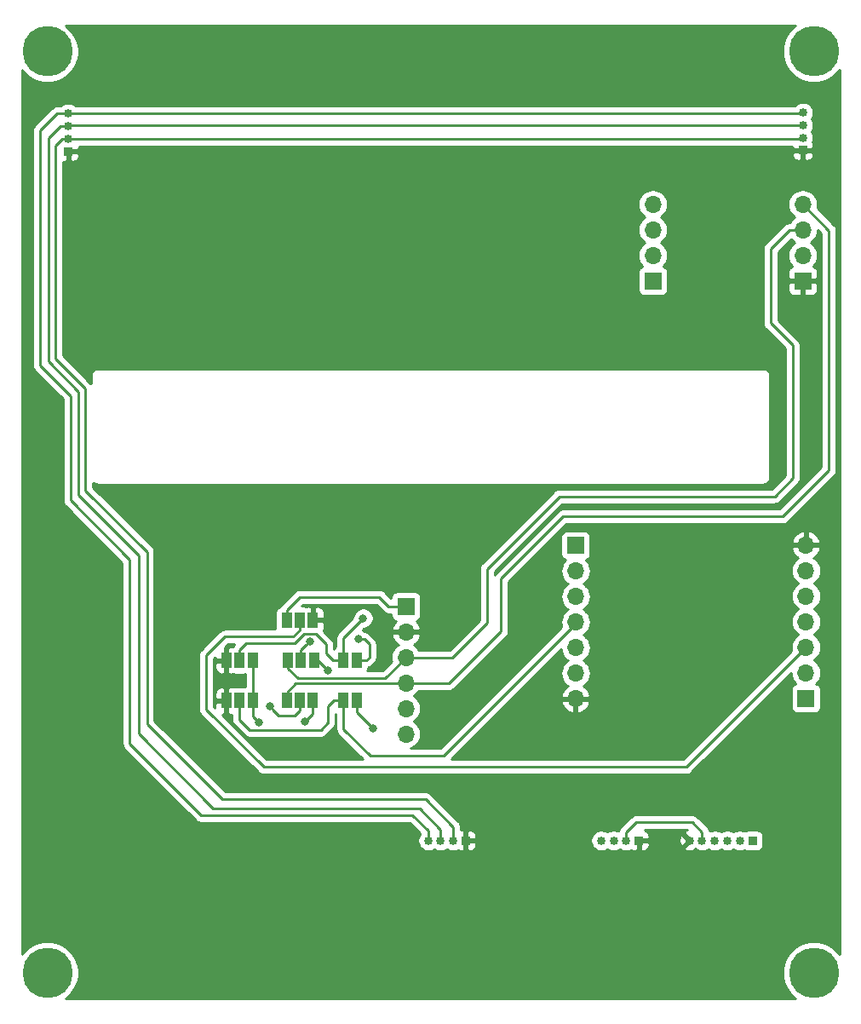
<source format=gbr>
G04 #@! TF.GenerationSoftware,KiCad,Pcbnew,(5.1.2)-2*
G04 #@! TF.CreationDate,2021-04-07T22:17:05-04:00*
G04 #@! TF.ProjectId,Magnetometer_A,4d61676e-6574-46f6-9d65-7465725f412e,rev?*
G04 #@! TF.SameCoordinates,Original*
G04 #@! TF.FileFunction,Copper,L1,Top*
G04 #@! TF.FilePolarity,Positive*
%FSLAX46Y46*%
G04 Gerber Fmt 4.6, Leading zero omitted, Abs format (unit mm)*
G04 Created by KiCad (PCBNEW (5.1.2)-2) date 2021-04-07 22:17:05*
%MOMM*%
%LPD*%
G04 APERTURE LIST*
%ADD10R,1.700000X1.700000*%
%ADD11O,1.700000X1.700000*%
%ADD12C,5.000000*%
%ADD13R,0.850000X0.850000*%
%ADD14C,0.850000*%
%ADD15R,1.000000X1.500000*%
%ADD16C,0.800000*%
%ADD17C,0.250000*%
%ADD18C,0.254000*%
G04 APERTURE END LIST*
D10*
X99100000Y-59000000D03*
D11*
X99100000Y-56460000D03*
X99100000Y-53920000D03*
X99100000Y-51380000D03*
D12*
X38900000Y-36175000D03*
X115100000Y-127750000D03*
X115100000Y-36150000D03*
X38900000Y-127750000D03*
D13*
X114000000Y-46000000D03*
D14*
X114000000Y-44750000D03*
X114000000Y-43500000D03*
X114000000Y-42250000D03*
X41000000Y-42350000D03*
X41000000Y-43600000D03*
X41000000Y-44850000D03*
D13*
X41000000Y-46100000D03*
D14*
X76750000Y-114600000D03*
X78000000Y-114600000D03*
X79250000Y-114600000D03*
D13*
X80500000Y-114600000D03*
D15*
X69650000Y-96700000D03*
X68350000Y-96700000D03*
X56700000Y-96700000D03*
X58000000Y-96700000D03*
X59300000Y-96700000D03*
X62800000Y-96700000D03*
X64100000Y-96700000D03*
X65400000Y-96700000D03*
X65300000Y-100700000D03*
X64000000Y-100700000D03*
X62700000Y-100700000D03*
X69650000Y-100700000D03*
X68350000Y-100700000D03*
D10*
X91420000Y-85270000D03*
D11*
X91420000Y-87810000D03*
X91420000Y-90350000D03*
X91420000Y-92890000D03*
X91420000Y-95430000D03*
X91420000Y-97970000D03*
X91420000Y-100510000D03*
D15*
X59300000Y-100700000D03*
X58000000Y-100700000D03*
X56700000Y-100700000D03*
D11*
X114320000Y-85240000D03*
X114320000Y-87780000D03*
X114320000Y-90320000D03*
X114320000Y-92860000D03*
X114320000Y-95400000D03*
X114320000Y-97940000D03*
D10*
X114320000Y-100480000D03*
D15*
X62700000Y-92700000D03*
X64000000Y-92700000D03*
X65300000Y-92700000D03*
D10*
X74550000Y-91330000D03*
D11*
X74550000Y-93870000D03*
X74550000Y-96410000D03*
X74550000Y-98950000D03*
X74550000Y-101490000D03*
X74550000Y-104030000D03*
D14*
X102750000Y-114600000D03*
X104000000Y-114600000D03*
X105250000Y-114600000D03*
X106500000Y-114600000D03*
X107750000Y-114600000D03*
D13*
X109000000Y-114600000D03*
X97700000Y-114600000D03*
D14*
X96450000Y-114600000D03*
X95200000Y-114600000D03*
X93950000Y-114600000D03*
D11*
X114000000Y-51380000D03*
X114000000Y-53920000D03*
X114000000Y-56460000D03*
D10*
X114000000Y-59000000D03*
D16*
X59900000Y-102900000D03*
X66800000Y-97700000D03*
X69800000Y-94600000D03*
X64500000Y-102800000D03*
X71300000Y-103500000D03*
X70300000Y-92500002D03*
X65000000Y-94799999D03*
X60999999Y-101300001D03*
D17*
X59300000Y-100700000D02*
X59300000Y-96700000D01*
X104000000Y-113800000D02*
X104000000Y-114600000D01*
X103000000Y-112800000D02*
X104000000Y-113800000D01*
X97400000Y-112800000D02*
X103000000Y-112800000D01*
X96450000Y-114600000D02*
X96450000Y-113750000D01*
X96450000Y-113750000D02*
X97400000Y-112800000D01*
X62700000Y-91700000D02*
X64000000Y-90400000D01*
X62700000Y-92700000D02*
X62700000Y-91700000D01*
X64000000Y-90400000D02*
X71900000Y-90400000D01*
X72830000Y-91330000D02*
X74550000Y-91330000D01*
X71900000Y-90400000D02*
X72830000Y-91330000D01*
X59300000Y-100700000D02*
X59300000Y-101700000D01*
X59300000Y-101700000D02*
X59300000Y-102300000D01*
X59300000Y-102300000D02*
X59900000Y-102900000D01*
X113900000Y-44850000D02*
X114000000Y-44750000D01*
X41000000Y-44850000D02*
X113900000Y-44850000D01*
X79250000Y-113250000D02*
X79250000Y-114600000D01*
X76500000Y-110500000D02*
X79250000Y-113250000D01*
X56300000Y-110500000D02*
X76500000Y-110500000D01*
X48800000Y-103000000D02*
X56300000Y-110500000D01*
X40398960Y-44850000D02*
X39700000Y-45548960D01*
X41000000Y-44850000D02*
X40398960Y-44850000D01*
X39700000Y-45548960D02*
X39700000Y-66700000D01*
X48800000Y-85900000D02*
X48800000Y-103000000D01*
X39700000Y-66700000D02*
X42700000Y-69700000D01*
X42700000Y-69700000D02*
X42700000Y-79800000D01*
X42700000Y-79800000D02*
X48800000Y-85900000D01*
X65800000Y-96700000D02*
X65400000Y-96700000D01*
X66800000Y-97700000D02*
X65800000Y-96700000D01*
X78850000Y-98950000D02*
X74550000Y-98950000D01*
X116600000Y-53980000D02*
X116600000Y-77800000D01*
X114000000Y-51380000D02*
X116600000Y-53980000D01*
X84000000Y-93800000D02*
X78850000Y-98950000D01*
X116600000Y-77800000D02*
X112000000Y-82400000D01*
X112000000Y-82400000D02*
X90200000Y-82400000D01*
X90200000Y-82400000D02*
X84000000Y-88600000D01*
X84000000Y-88600000D02*
X84000000Y-93800000D01*
X62700000Y-99900000D02*
X62700000Y-100700000D01*
X63600000Y-99000000D02*
X62700000Y-99900000D01*
X74550000Y-98950000D02*
X74500000Y-99000000D01*
X74500000Y-99000000D02*
X63600000Y-99000000D01*
X110800000Y-55800000D02*
X112680000Y-53920000D01*
X112680000Y-53920000D02*
X114000000Y-53920000D01*
X113000000Y-65400000D02*
X110800000Y-63200000D01*
X113000000Y-78600000D02*
X113000000Y-65400000D01*
X110800000Y-63200000D02*
X110800000Y-55800000D01*
X79190000Y-96410000D02*
X82600000Y-93000000D01*
X74550000Y-96410000D02*
X79190000Y-96410000D01*
X82600000Y-93000000D02*
X82600000Y-87600000D01*
X82600000Y-87600000D02*
X89800000Y-80400000D01*
X89800000Y-80400000D02*
X111200000Y-80400000D01*
X111200000Y-80400000D02*
X113000000Y-78600000D01*
X62800000Y-97500000D02*
X62800000Y-96700000D01*
X63800000Y-98500000D02*
X62800000Y-97500000D01*
X72500000Y-98500000D02*
X63800000Y-98500000D01*
X74550000Y-96410000D02*
X74550000Y-96450000D01*
X74550000Y-96450000D02*
X72500000Y-98500000D01*
X70600000Y-96700000D02*
X69650000Y-96700000D01*
X70900000Y-96400000D02*
X70600000Y-96700000D01*
X70900000Y-95100000D02*
X70900000Y-96400000D01*
X69800000Y-94600000D02*
X70400000Y-94600000D01*
X70400000Y-94600000D02*
X70900000Y-95100000D01*
X64899999Y-102400001D02*
X64500000Y-102800000D01*
X65300000Y-102000000D02*
X64899999Y-102400001D01*
X65300000Y-100700000D02*
X65300000Y-102000000D01*
X69650000Y-100700000D02*
X69650000Y-101850000D01*
X69650000Y-101850000D02*
X71300000Y-103500000D01*
X113900000Y-42350000D02*
X114000000Y-42250000D01*
X41000000Y-42350000D02*
X113900000Y-42350000D01*
X76750000Y-113650000D02*
X76750000Y-114600000D01*
X54200000Y-112100000D02*
X75200000Y-112100000D01*
X47100000Y-86700000D02*
X47100000Y-105000000D01*
X47100000Y-105000000D02*
X54200000Y-112100000D01*
X39850000Y-42350000D02*
X38200000Y-44000000D01*
X41000000Y-42350000D02*
X39850000Y-42350000D01*
X38200000Y-44000000D02*
X38200000Y-67400000D01*
X38200000Y-67400000D02*
X41200000Y-70400000D01*
X75200000Y-112100000D02*
X76750000Y-113650000D01*
X41200000Y-70400000D02*
X41200000Y-80800000D01*
X41200000Y-80800000D02*
X47100000Y-86700000D01*
X41100000Y-43500000D02*
X41000000Y-43600000D01*
X114000000Y-43500000D02*
X41100000Y-43500000D01*
X39000000Y-44800000D02*
X40200000Y-43600000D01*
X39000000Y-67000000D02*
X39000000Y-44800000D01*
X42000000Y-80300000D02*
X42000000Y-70000000D01*
X78000000Y-113500000D02*
X75900000Y-111400000D01*
X78000000Y-114600000D02*
X78000000Y-113500000D01*
X42000000Y-70000000D02*
X39000000Y-67000000D01*
X55400000Y-111400000D02*
X48000000Y-104000000D01*
X40200000Y-43600000D02*
X41000000Y-43600000D01*
X48000000Y-104000000D02*
X48000000Y-86300000D01*
X75900000Y-111400000D02*
X55400000Y-111400000D01*
X48000000Y-86300000D02*
X42000000Y-80300000D01*
X69900001Y-92900001D02*
X70300000Y-92500002D01*
X68350000Y-96700000D02*
X68350000Y-94450002D01*
X68350000Y-94450002D02*
X69900001Y-92900001D01*
X58000000Y-95700000D02*
X58000000Y-96700000D01*
X58700000Y-95000000D02*
X58000000Y-95700000D01*
X63500000Y-95000000D02*
X58700000Y-95000000D01*
X67300000Y-96700000D02*
X66600000Y-96000000D01*
X68350000Y-96700000D02*
X67300000Y-96700000D01*
X66600000Y-96000000D02*
X66600000Y-95100000D01*
X66600000Y-95100000D02*
X65574998Y-94074998D01*
X65574998Y-94074998D02*
X64425002Y-94074998D01*
X64425002Y-94074998D02*
X63500000Y-95000000D01*
X64100000Y-95699999D02*
X64600001Y-95199998D01*
X64600001Y-95199998D02*
X65000000Y-94799999D01*
X64100000Y-96700000D02*
X64100000Y-95699999D01*
X64000000Y-100700000D02*
X64000000Y-101700000D01*
X61899998Y-102200000D02*
X61399998Y-101700000D01*
X63500000Y-102200000D02*
X61899998Y-102200000D01*
X61399998Y-101700000D02*
X60999999Y-101300001D01*
X64000000Y-101700000D02*
X63500000Y-102200000D01*
X58000000Y-102600000D02*
X58000000Y-100700000D01*
X67400000Y-100700000D02*
X66800000Y-101300000D01*
X68350000Y-100700000D02*
X67400000Y-100700000D01*
X66800000Y-101300000D02*
X66800000Y-102900000D01*
X66074999Y-103625001D02*
X59025001Y-103625001D01*
X66800000Y-102900000D02*
X66074999Y-103625001D01*
X59025001Y-103625001D02*
X58000000Y-102600000D01*
X68350000Y-103550000D02*
X68350000Y-100700000D01*
X71000000Y-106200000D02*
X68350000Y-103550000D01*
X78300000Y-106200000D02*
X71000000Y-106200000D01*
X91420000Y-92890000D02*
X91420000Y-93080000D01*
X91420000Y-93080000D02*
X78300000Y-106200000D01*
X56550011Y-94349989D02*
X54700000Y-96200000D01*
X54700000Y-96200000D02*
X54700000Y-101600000D01*
X64000000Y-92700000D02*
X64000000Y-93700000D01*
X54700000Y-101600000D02*
X60400000Y-107300000D01*
X102420000Y-107300000D02*
X113470001Y-96249999D01*
X113470001Y-96249999D02*
X114320000Y-95400000D01*
X63350011Y-94349989D02*
X56550011Y-94349989D01*
X60400000Y-107300000D02*
X102420000Y-107300000D01*
X64000000Y-93700000D02*
X63350011Y-94349989D01*
D18*
G36*
X113101554Y-33714886D02*
G01*
X112664886Y-34151554D01*
X112321799Y-34665021D01*
X112085476Y-35235554D01*
X111965000Y-35841229D01*
X111965000Y-36458771D01*
X112085476Y-37064446D01*
X112321799Y-37634979D01*
X112664886Y-38148446D01*
X113101554Y-38585114D01*
X113615021Y-38928201D01*
X114185554Y-39164524D01*
X114791229Y-39285000D01*
X115408771Y-39285000D01*
X116014446Y-39164524D01*
X116584979Y-38928201D01*
X117098446Y-38585114D01*
X117535114Y-38148446D01*
X117640000Y-37991473D01*
X117640001Y-125908529D01*
X117535114Y-125751554D01*
X117098446Y-125314886D01*
X116584979Y-124971799D01*
X116014446Y-124735476D01*
X115408771Y-124615000D01*
X114791229Y-124615000D01*
X114185554Y-124735476D01*
X113615021Y-124971799D01*
X113101554Y-125314886D01*
X112664886Y-125751554D01*
X112321799Y-126265021D01*
X112085476Y-126835554D01*
X111965000Y-127441229D01*
X111965000Y-128058771D01*
X112085476Y-128664446D01*
X112321799Y-129234979D01*
X112664886Y-129748446D01*
X113101554Y-130185114D01*
X113258527Y-130290000D01*
X40741473Y-130290000D01*
X40898446Y-130185114D01*
X41335114Y-129748446D01*
X41678201Y-129234979D01*
X41914524Y-128664446D01*
X42035000Y-128058771D01*
X42035000Y-127441229D01*
X41914524Y-126835554D01*
X41678201Y-126265021D01*
X41335114Y-125751554D01*
X40898446Y-125314886D01*
X40384979Y-124971799D01*
X39814446Y-124735476D01*
X39208771Y-124615000D01*
X38591229Y-124615000D01*
X37985554Y-124735476D01*
X37415021Y-124971799D01*
X36901554Y-125314886D01*
X36464886Y-125751554D01*
X36360000Y-125908527D01*
X36360000Y-44000000D01*
X37436324Y-44000000D01*
X37440000Y-44037322D01*
X37440001Y-67362667D01*
X37436324Y-67400000D01*
X37450998Y-67548985D01*
X37494454Y-67692246D01*
X37565026Y-67824276D01*
X37636201Y-67911002D01*
X37660000Y-67940001D01*
X37688998Y-67963799D01*
X40440000Y-70714802D01*
X40440001Y-80762668D01*
X40436324Y-80800000D01*
X40440001Y-80837333D01*
X40450998Y-80948986D01*
X40464180Y-80992442D01*
X40494454Y-81092246D01*
X40565026Y-81224276D01*
X40636201Y-81311002D01*
X40660000Y-81340001D01*
X40688998Y-81363799D01*
X46340000Y-87014802D01*
X46340001Y-104962667D01*
X46336324Y-105000000D01*
X46350998Y-105148985D01*
X46394454Y-105292246D01*
X46465026Y-105424276D01*
X46536201Y-105511002D01*
X46560000Y-105540001D01*
X46588998Y-105563799D01*
X53636200Y-112611002D01*
X53659999Y-112640001D01*
X53775724Y-112734974D01*
X53907753Y-112805546D01*
X54051014Y-112849003D01*
X54162667Y-112860000D01*
X54162676Y-112860000D01*
X54199999Y-112863676D01*
X54237322Y-112860000D01*
X74885199Y-112860000D01*
X75938066Y-113912867D01*
X75926644Y-113924289D01*
X75810640Y-114097902D01*
X75730735Y-114290809D01*
X75690000Y-114495599D01*
X75690000Y-114704401D01*
X75730735Y-114909191D01*
X75810640Y-115102098D01*
X75926644Y-115275711D01*
X76074289Y-115423356D01*
X76247902Y-115539360D01*
X76440809Y-115619265D01*
X76645599Y-115660000D01*
X76854401Y-115660000D01*
X77059191Y-115619265D01*
X77252098Y-115539360D01*
X77375000Y-115457240D01*
X77497902Y-115539360D01*
X77690809Y-115619265D01*
X77895599Y-115660000D01*
X78104401Y-115660000D01*
X78309191Y-115619265D01*
X78502098Y-115539360D01*
X78625000Y-115457240D01*
X78747902Y-115539360D01*
X78940809Y-115619265D01*
X79145599Y-115660000D01*
X79354401Y-115660000D01*
X79559191Y-115619265D01*
X79718003Y-115553483D01*
X79720506Y-115555537D01*
X79830820Y-115614502D01*
X79950518Y-115650812D01*
X80075000Y-115663072D01*
X80214250Y-115660000D01*
X80373000Y-115501250D01*
X80373000Y-114727000D01*
X80627000Y-114727000D01*
X80627000Y-115501250D01*
X80785750Y-115660000D01*
X80925000Y-115663072D01*
X81049482Y-115650812D01*
X81169180Y-115614502D01*
X81279494Y-115555537D01*
X81376185Y-115476185D01*
X81455537Y-115379494D01*
X81514502Y-115269180D01*
X81550812Y-115149482D01*
X81563072Y-115025000D01*
X81560000Y-114885750D01*
X81401250Y-114727000D01*
X80627000Y-114727000D01*
X80373000Y-114727000D01*
X80353000Y-114727000D01*
X80353000Y-114495599D01*
X92890000Y-114495599D01*
X92890000Y-114704401D01*
X92930735Y-114909191D01*
X93010640Y-115102098D01*
X93126644Y-115275711D01*
X93274289Y-115423356D01*
X93447902Y-115539360D01*
X93640809Y-115619265D01*
X93845599Y-115660000D01*
X94054401Y-115660000D01*
X94259191Y-115619265D01*
X94452098Y-115539360D01*
X94575000Y-115457240D01*
X94697902Y-115539360D01*
X94890809Y-115619265D01*
X95095599Y-115660000D01*
X95304401Y-115660000D01*
X95509191Y-115619265D01*
X95702098Y-115539360D01*
X95825000Y-115457240D01*
X95947902Y-115539360D01*
X96140809Y-115619265D01*
X96345599Y-115660000D01*
X96554401Y-115660000D01*
X96759191Y-115619265D01*
X96918003Y-115553483D01*
X96920506Y-115555537D01*
X97030820Y-115614502D01*
X97150518Y-115650812D01*
X97275000Y-115663072D01*
X97414250Y-115660000D01*
X97573000Y-115501250D01*
X97573000Y-114727000D01*
X97827000Y-114727000D01*
X97827000Y-115501250D01*
X97985750Y-115660000D01*
X98125000Y-115663072D01*
X98249482Y-115650812D01*
X98369180Y-115614502D01*
X98479494Y-115555537D01*
X98576185Y-115476185D01*
X98655537Y-115379494D01*
X98714502Y-115269180D01*
X98750812Y-115149482D01*
X98763072Y-115025000D01*
X98760000Y-114885750D01*
X98601250Y-114727000D01*
X97827000Y-114727000D01*
X97573000Y-114727000D01*
X97553000Y-114727000D01*
X97553000Y-114685384D01*
X101688298Y-114685384D01*
X101725356Y-114890870D01*
X101801790Y-115085179D01*
X101819790Y-115118856D01*
X102025614Y-115144781D01*
X102570395Y-114600000D01*
X102025614Y-114055219D01*
X101819790Y-114081144D01*
X101736440Y-114272588D01*
X101692041Y-114476616D01*
X101688298Y-114685384D01*
X97553000Y-114685384D01*
X97553000Y-114473000D01*
X97573000Y-114473000D01*
X97573000Y-114453000D01*
X97827000Y-114453000D01*
X97827000Y-114473000D01*
X98601250Y-114473000D01*
X98760000Y-114314250D01*
X98763072Y-114175000D01*
X98750812Y-114050518D01*
X98714502Y-113930820D01*
X98655537Y-113820506D01*
X98576185Y-113723815D01*
X98479494Y-113644463D01*
X98369180Y-113585498D01*
X98285124Y-113560000D01*
X102544279Y-113560000D01*
X102459130Y-113575356D01*
X102264821Y-113651790D01*
X102231144Y-113669790D01*
X102205219Y-113875614D01*
X102750000Y-114420395D01*
X102764143Y-114406253D01*
X102940000Y-114582110D01*
X102940000Y-114589605D01*
X102929605Y-114600000D01*
X102940000Y-114610395D01*
X102940000Y-114617890D01*
X102764143Y-114793748D01*
X102750000Y-114779605D01*
X102205219Y-115324386D01*
X102231144Y-115530210D01*
X102422588Y-115613560D01*
X102626616Y-115657959D01*
X102835384Y-115661702D01*
X103040870Y-115624644D01*
X103235179Y-115548210D01*
X103268856Y-115530210D01*
X103287011Y-115386078D01*
X103324289Y-115423356D01*
X103497902Y-115539360D01*
X103690809Y-115619265D01*
X103895599Y-115660000D01*
X104104401Y-115660000D01*
X104309191Y-115619265D01*
X104502098Y-115539360D01*
X104625000Y-115457240D01*
X104747902Y-115539360D01*
X104940809Y-115619265D01*
X105145599Y-115660000D01*
X105354401Y-115660000D01*
X105559191Y-115619265D01*
X105752098Y-115539360D01*
X105875000Y-115457240D01*
X105997902Y-115539360D01*
X106190809Y-115619265D01*
X106395599Y-115660000D01*
X106604401Y-115660000D01*
X106809191Y-115619265D01*
X107002098Y-115539360D01*
X107125000Y-115457240D01*
X107247902Y-115539360D01*
X107440809Y-115619265D01*
X107645599Y-115660000D01*
X107854401Y-115660000D01*
X108059191Y-115619265D01*
X108218003Y-115553483D01*
X108220506Y-115555537D01*
X108330820Y-115614502D01*
X108450518Y-115650812D01*
X108575000Y-115663072D01*
X109425000Y-115663072D01*
X109549482Y-115650812D01*
X109669180Y-115614502D01*
X109779494Y-115555537D01*
X109876185Y-115476185D01*
X109955537Y-115379494D01*
X110014502Y-115269180D01*
X110050812Y-115149482D01*
X110063072Y-115025000D01*
X110063072Y-114175000D01*
X110050812Y-114050518D01*
X110014502Y-113930820D01*
X109955537Y-113820506D01*
X109876185Y-113723815D01*
X109779494Y-113644463D01*
X109669180Y-113585498D01*
X109549482Y-113549188D01*
X109425000Y-113536928D01*
X108575000Y-113536928D01*
X108450518Y-113549188D01*
X108330820Y-113585498D01*
X108220506Y-113644463D01*
X108218003Y-113646517D01*
X108059191Y-113580735D01*
X107854401Y-113540000D01*
X107645599Y-113540000D01*
X107440809Y-113580735D01*
X107247902Y-113660640D01*
X107125000Y-113742760D01*
X107002098Y-113660640D01*
X106809191Y-113580735D01*
X106604401Y-113540000D01*
X106395599Y-113540000D01*
X106190809Y-113580735D01*
X105997902Y-113660640D01*
X105875000Y-113742760D01*
X105752098Y-113660640D01*
X105559191Y-113580735D01*
X105354401Y-113540000D01*
X105145599Y-113540000D01*
X104940809Y-113580735D01*
X104749871Y-113659825D01*
X104749003Y-113651014D01*
X104705546Y-113507753D01*
X104634974Y-113375724D01*
X104563799Y-113288997D01*
X104540001Y-113259999D01*
X104511004Y-113236202D01*
X103563804Y-112289002D01*
X103540001Y-112259999D01*
X103424276Y-112165026D01*
X103292247Y-112094454D01*
X103148986Y-112050997D01*
X103037333Y-112040000D01*
X103037322Y-112040000D01*
X103000000Y-112036324D01*
X102962678Y-112040000D01*
X97437323Y-112040000D01*
X97400000Y-112036324D01*
X97362677Y-112040000D01*
X97362667Y-112040000D01*
X97251014Y-112050997D01*
X97107753Y-112094454D01*
X96975723Y-112165026D01*
X96892083Y-112233668D01*
X96859999Y-112259999D01*
X96836201Y-112288997D01*
X95938998Y-113186201D01*
X95910000Y-113209999D01*
X95886202Y-113238997D01*
X95886201Y-113238998D01*
X95815026Y-113325724D01*
X95744454Y-113457754D01*
X95720438Y-113536928D01*
X95700998Y-113601014D01*
X95695398Y-113657865D01*
X95509191Y-113580735D01*
X95304401Y-113540000D01*
X95095599Y-113540000D01*
X94890809Y-113580735D01*
X94697902Y-113660640D01*
X94575000Y-113742760D01*
X94452098Y-113660640D01*
X94259191Y-113580735D01*
X94054401Y-113540000D01*
X93845599Y-113540000D01*
X93640809Y-113580735D01*
X93447902Y-113660640D01*
X93274289Y-113776644D01*
X93126644Y-113924289D01*
X93010640Y-114097902D01*
X92930735Y-114290809D01*
X92890000Y-114495599D01*
X80353000Y-114495599D01*
X80353000Y-114473000D01*
X80373000Y-114473000D01*
X80373000Y-113698750D01*
X80627000Y-113698750D01*
X80627000Y-114473000D01*
X81401250Y-114473000D01*
X81560000Y-114314250D01*
X81563072Y-114175000D01*
X81550812Y-114050518D01*
X81514502Y-113930820D01*
X81455537Y-113820506D01*
X81376185Y-113723815D01*
X81279494Y-113644463D01*
X81169180Y-113585498D01*
X81049482Y-113549188D01*
X80925000Y-113536928D01*
X80785750Y-113540000D01*
X80627000Y-113698750D01*
X80373000Y-113698750D01*
X80214250Y-113540000D01*
X80075000Y-113536928D01*
X80010000Y-113543330D01*
X80010000Y-113287322D01*
X80013676Y-113249999D01*
X80010000Y-113212676D01*
X80010000Y-113212667D01*
X79999003Y-113101014D01*
X79955546Y-112957753D01*
X79884974Y-112825724D01*
X79790001Y-112709999D01*
X79761004Y-112686202D01*
X77063804Y-109989003D01*
X77040001Y-109959999D01*
X76924276Y-109865026D01*
X76792247Y-109794454D01*
X76648986Y-109750997D01*
X76537333Y-109740000D01*
X76537322Y-109740000D01*
X76500000Y-109736324D01*
X76462678Y-109740000D01*
X56614802Y-109740000D01*
X49560000Y-102685199D01*
X49560000Y-96200000D01*
X53936324Y-96200000D01*
X53940000Y-96237323D01*
X53940001Y-101562668D01*
X53936324Y-101600000D01*
X53950998Y-101748985D01*
X53994454Y-101892246D01*
X54065026Y-102024276D01*
X54117383Y-102088072D01*
X54160000Y-102140001D01*
X54188998Y-102163799D01*
X59836201Y-107811003D01*
X59859999Y-107840001D01*
X59975724Y-107934974D01*
X60107753Y-108005546D01*
X60251014Y-108049003D01*
X60362667Y-108060000D01*
X60362676Y-108060000D01*
X60399999Y-108063676D01*
X60437322Y-108060000D01*
X102382678Y-108060000D01*
X102420000Y-108063676D01*
X102457322Y-108060000D01*
X102457333Y-108060000D01*
X102568986Y-108049003D01*
X102712247Y-108005546D01*
X102844276Y-107934974D01*
X102960001Y-107840001D01*
X102983804Y-107810997D01*
X112830235Y-97964567D01*
X112856487Y-98231111D01*
X112941401Y-98511034D01*
X113079294Y-98769014D01*
X113264866Y-98995134D01*
X113294687Y-99019607D01*
X113225820Y-99040498D01*
X113115506Y-99099463D01*
X113018815Y-99178815D01*
X112939463Y-99275506D01*
X112880498Y-99385820D01*
X112844188Y-99505518D01*
X112831928Y-99630000D01*
X112831928Y-101330000D01*
X112844188Y-101454482D01*
X112880498Y-101574180D01*
X112939463Y-101684494D01*
X113018815Y-101781185D01*
X113115506Y-101860537D01*
X113225820Y-101919502D01*
X113345518Y-101955812D01*
X113470000Y-101968072D01*
X115170000Y-101968072D01*
X115294482Y-101955812D01*
X115414180Y-101919502D01*
X115524494Y-101860537D01*
X115621185Y-101781185D01*
X115700537Y-101684494D01*
X115759502Y-101574180D01*
X115795812Y-101454482D01*
X115808072Y-101330000D01*
X115808072Y-99630000D01*
X115795812Y-99505518D01*
X115759502Y-99385820D01*
X115700537Y-99275506D01*
X115621185Y-99178815D01*
X115524494Y-99099463D01*
X115414180Y-99040498D01*
X115345313Y-99019607D01*
X115375134Y-98995134D01*
X115560706Y-98769014D01*
X115698599Y-98511034D01*
X115783513Y-98231111D01*
X115812185Y-97940000D01*
X115783513Y-97648889D01*
X115698599Y-97368966D01*
X115560706Y-97110986D01*
X115375134Y-96884866D01*
X115149014Y-96699294D01*
X115094209Y-96670000D01*
X115149014Y-96640706D01*
X115375134Y-96455134D01*
X115560706Y-96229014D01*
X115698599Y-95971034D01*
X115783513Y-95691111D01*
X115812185Y-95400000D01*
X115783513Y-95108889D01*
X115698599Y-94828966D01*
X115560706Y-94570986D01*
X115375134Y-94344866D01*
X115149014Y-94159294D01*
X115094209Y-94130000D01*
X115149014Y-94100706D01*
X115375134Y-93915134D01*
X115560706Y-93689014D01*
X115698599Y-93431034D01*
X115783513Y-93151111D01*
X115812185Y-92860000D01*
X115783513Y-92568889D01*
X115698599Y-92288966D01*
X115560706Y-92030986D01*
X115375134Y-91804866D01*
X115149014Y-91619294D01*
X115094209Y-91590000D01*
X115149014Y-91560706D01*
X115375134Y-91375134D01*
X115560706Y-91149014D01*
X115698599Y-90891034D01*
X115783513Y-90611111D01*
X115812185Y-90320000D01*
X115783513Y-90028889D01*
X115698599Y-89748966D01*
X115560706Y-89490986D01*
X115375134Y-89264866D01*
X115149014Y-89079294D01*
X115094209Y-89050000D01*
X115149014Y-89020706D01*
X115375134Y-88835134D01*
X115560706Y-88609014D01*
X115698599Y-88351034D01*
X115783513Y-88071111D01*
X115812185Y-87780000D01*
X115783513Y-87488889D01*
X115698599Y-87208966D01*
X115560706Y-86950986D01*
X115375134Y-86724866D01*
X115149014Y-86539294D01*
X115084477Y-86504799D01*
X115201355Y-86435178D01*
X115417588Y-86240269D01*
X115591641Y-86006920D01*
X115716825Y-85744099D01*
X115761476Y-85596890D01*
X115640155Y-85367000D01*
X114447000Y-85367000D01*
X114447000Y-85387000D01*
X114193000Y-85387000D01*
X114193000Y-85367000D01*
X112999845Y-85367000D01*
X112878524Y-85596890D01*
X112923175Y-85744099D01*
X113048359Y-86006920D01*
X113222412Y-86240269D01*
X113438645Y-86435178D01*
X113555523Y-86504799D01*
X113490986Y-86539294D01*
X113264866Y-86724866D01*
X113079294Y-86950986D01*
X112941401Y-87208966D01*
X112856487Y-87488889D01*
X112827815Y-87780000D01*
X112856487Y-88071111D01*
X112941401Y-88351034D01*
X113079294Y-88609014D01*
X113264866Y-88835134D01*
X113490986Y-89020706D01*
X113545791Y-89050000D01*
X113490986Y-89079294D01*
X113264866Y-89264866D01*
X113079294Y-89490986D01*
X112941401Y-89748966D01*
X112856487Y-90028889D01*
X112827815Y-90320000D01*
X112856487Y-90611111D01*
X112941401Y-90891034D01*
X113079294Y-91149014D01*
X113264866Y-91375134D01*
X113490986Y-91560706D01*
X113545791Y-91590000D01*
X113490986Y-91619294D01*
X113264866Y-91804866D01*
X113079294Y-92030986D01*
X112941401Y-92288966D01*
X112856487Y-92568889D01*
X112827815Y-92860000D01*
X112856487Y-93151111D01*
X112941401Y-93431034D01*
X113079294Y-93689014D01*
X113264866Y-93915134D01*
X113490986Y-94100706D01*
X113545791Y-94130000D01*
X113490986Y-94159294D01*
X113264866Y-94344866D01*
X113079294Y-94570986D01*
X112941401Y-94828966D01*
X112856487Y-95108889D01*
X112827815Y-95400000D01*
X112856487Y-95691111D01*
X112879203Y-95765995D01*
X102105199Y-106540000D01*
X79034801Y-106540000D01*
X84707911Y-100866890D01*
X89978524Y-100866890D01*
X90023175Y-101014099D01*
X90148359Y-101276920D01*
X90322412Y-101510269D01*
X90538645Y-101705178D01*
X90788748Y-101854157D01*
X91063109Y-101951481D01*
X91293000Y-101830814D01*
X91293000Y-100637000D01*
X91547000Y-100637000D01*
X91547000Y-101830814D01*
X91776891Y-101951481D01*
X92051252Y-101854157D01*
X92301355Y-101705178D01*
X92517588Y-101510269D01*
X92691641Y-101276920D01*
X92816825Y-101014099D01*
X92861476Y-100866890D01*
X92740155Y-100637000D01*
X91547000Y-100637000D01*
X91293000Y-100637000D01*
X90099845Y-100637000D01*
X89978524Y-100866890D01*
X84707911Y-100866890D01*
X89947270Y-95627532D01*
X89956487Y-95721111D01*
X90041401Y-96001034D01*
X90179294Y-96259014D01*
X90364866Y-96485134D01*
X90590986Y-96670706D01*
X90645791Y-96700000D01*
X90590986Y-96729294D01*
X90364866Y-96914866D01*
X90179294Y-97140986D01*
X90041401Y-97398966D01*
X89956487Y-97678889D01*
X89927815Y-97970000D01*
X89956487Y-98261111D01*
X90041401Y-98541034D01*
X90179294Y-98799014D01*
X90364866Y-99025134D01*
X90590986Y-99210706D01*
X90655523Y-99245201D01*
X90538645Y-99314822D01*
X90322412Y-99509731D01*
X90148359Y-99743080D01*
X90023175Y-100005901D01*
X89978524Y-100153110D01*
X90099845Y-100383000D01*
X91293000Y-100383000D01*
X91293000Y-100363000D01*
X91547000Y-100363000D01*
X91547000Y-100383000D01*
X92740155Y-100383000D01*
X92861476Y-100153110D01*
X92816825Y-100005901D01*
X92691641Y-99743080D01*
X92517588Y-99509731D01*
X92301355Y-99314822D01*
X92184477Y-99245201D01*
X92249014Y-99210706D01*
X92475134Y-99025134D01*
X92660706Y-98799014D01*
X92798599Y-98541034D01*
X92883513Y-98261111D01*
X92912185Y-97970000D01*
X92883513Y-97678889D01*
X92798599Y-97398966D01*
X92660706Y-97140986D01*
X92475134Y-96914866D01*
X92249014Y-96729294D01*
X92194209Y-96700000D01*
X92249014Y-96670706D01*
X92475134Y-96485134D01*
X92660706Y-96259014D01*
X92798599Y-96001034D01*
X92883513Y-95721111D01*
X92912185Y-95430000D01*
X92883513Y-95138889D01*
X92798599Y-94858966D01*
X92660706Y-94600986D01*
X92475134Y-94374866D01*
X92249014Y-94189294D01*
X92194209Y-94160000D01*
X92249014Y-94130706D01*
X92475134Y-93945134D01*
X92660706Y-93719014D01*
X92798599Y-93461034D01*
X92883513Y-93181111D01*
X92912185Y-92890000D01*
X92883513Y-92598889D01*
X92798599Y-92318966D01*
X92660706Y-92060986D01*
X92475134Y-91834866D01*
X92249014Y-91649294D01*
X92194209Y-91620000D01*
X92249014Y-91590706D01*
X92475134Y-91405134D01*
X92660706Y-91179014D01*
X92798599Y-90921034D01*
X92883513Y-90641111D01*
X92912185Y-90350000D01*
X92883513Y-90058889D01*
X92798599Y-89778966D01*
X92660706Y-89520986D01*
X92475134Y-89294866D01*
X92249014Y-89109294D01*
X92194209Y-89080000D01*
X92249014Y-89050706D01*
X92475134Y-88865134D01*
X92660706Y-88639014D01*
X92798599Y-88381034D01*
X92883513Y-88101111D01*
X92912185Y-87810000D01*
X92883513Y-87518889D01*
X92798599Y-87238966D01*
X92660706Y-86980986D01*
X92475134Y-86754866D01*
X92445313Y-86730393D01*
X92514180Y-86709502D01*
X92624494Y-86650537D01*
X92721185Y-86571185D01*
X92800537Y-86474494D01*
X92859502Y-86364180D01*
X92895812Y-86244482D01*
X92908072Y-86120000D01*
X92908072Y-84883110D01*
X112878524Y-84883110D01*
X112999845Y-85113000D01*
X114193000Y-85113000D01*
X114193000Y-83919186D01*
X114447000Y-83919186D01*
X114447000Y-85113000D01*
X115640155Y-85113000D01*
X115761476Y-84883110D01*
X115716825Y-84735901D01*
X115591641Y-84473080D01*
X115417588Y-84239731D01*
X115201355Y-84044822D01*
X114951252Y-83895843D01*
X114676891Y-83798519D01*
X114447000Y-83919186D01*
X114193000Y-83919186D01*
X113963109Y-83798519D01*
X113688748Y-83895843D01*
X113438645Y-84044822D01*
X113222412Y-84239731D01*
X113048359Y-84473080D01*
X112923175Y-84735901D01*
X112878524Y-84883110D01*
X92908072Y-84883110D01*
X92908072Y-84420000D01*
X92895812Y-84295518D01*
X92859502Y-84175820D01*
X92800537Y-84065506D01*
X92721185Y-83968815D01*
X92624494Y-83889463D01*
X92514180Y-83830498D01*
X92394482Y-83794188D01*
X92270000Y-83781928D01*
X90570000Y-83781928D01*
X90445518Y-83794188D01*
X90325820Y-83830498D01*
X90215506Y-83889463D01*
X90118815Y-83968815D01*
X90039463Y-84065506D01*
X89980498Y-84175820D01*
X89944188Y-84295518D01*
X89931928Y-84420000D01*
X89931928Y-86120000D01*
X89944188Y-86244482D01*
X89980498Y-86364180D01*
X90039463Y-86474494D01*
X90118815Y-86571185D01*
X90215506Y-86650537D01*
X90325820Y-86709502D01*
X90394687Y-86730393D01*
X90364866Y-86754866D01*
X90179294Y-86980986D01*
X90041401Y-87238966D01*
X89956487Y-87518889D01*
X89927815Y-87810000D01*
X89956487Y-88101111D01*
X90041401Y-88381034D01*
X90179294Y-88639014D01*
X90364866Y-88865134D01*
X90590986Y-89050706D01*
X90645791Y-89080000D01*
X90590986Y-89109294D01*
X90364866Y-89294866D01*
X90179294Y-89520986D01*
X90041401Y-89778966D01*
X89956487Y-90058889D01*
X89927815Y-90350000D01*
X89956487Y-90641111D01*
X90041401Y-90921034D01*
X90179294Y-91179014D01*
X90364866Y-91405134D01*
X90590986Y-91590706D01*
X90645791Y-91620000D01*
X90590986Y-91649294D01*
X90364866Y-91834866D01*
X90179294Y-92060986D01*
X90041401Y-92318966D01*
X89956487Y-92598889D01*
X89927815Y-92890000D01*
X89956487Y-93181111D01*
X90023424Y-93401774D01*
X77985199Y-105440000D01*
X75017519Y-105440000D01*
X75121034Y-105408599D01*
X75379014Y-105270706D01*
X75605134Y-105085134D01*
X75790706Y-104859014D01*
X75928599Y-104601034D01*
X76013513Y-104321111D01*
X76042185Y-104030000D01*
X76013513Y-103738889D01*
X75928599Y-103458966D01*
X75790706Y-103200986D01*
X75605134Y-102974866D01*
X75379014Y-102789294D01*
X75324209Y-102760000D01*
X75379014Y-102730706D01*
X75605134Y-102545134D01*
X75790706Y-102319014D01*
X75928599Y-102061034D01*
X76013513Y-101781111D01*
X76042185Y-101490000D01*
X76013513Y-101198889D01*
X75928599Y-100918966D01*
X75790706Y-100660986D01*
X75605134Y-100434866D01*
X75379014Y-100249294D01*
X75324209Y-100220000D01*
X75379014Y-100190706D01*
X75605134Y-100005134D01*
X75790706Y-99779014D01*
X75827595Y-99710000D01*
X78812678Y-99710000D01*
X78850000Y-99713676D01*
X78887322Y-99710000D01*
X78887333Y-99710000D01*
X78998986Y-99699003D01*
X79142247Y-99655546D01*
X79274276Y-99584974D01*
X79390001Y-99490001D01*
X79413804Y-99460997D01*
X84511003Y-94363799D01*
X84540001Y-94340001D01*
X84634974Y-94224276D01*
X84705546Y-94092247D01*
X84749003Y-93948986D01*
X84760000Y-93837333D01*
X84760000Y-93837323D01*
X84763676Y-93800000D01*
X84760000Y-93762677D01*
X84760000Y-88914801D01*
X90514802Y-83160000D01*
X111962678Y-83160000D01*
X112000000Y-83163676D01*
X112037322Y-83160000D01*
X112037333Y-83160000D01*
X112148986Y-83149003D01*
X112292247Y-83105546D01*
X112424276Y-83034974D01*
X112540001Y-82940001D01*
X112563804Y-82910997D01*
X117111008Y-78363795D01*
X117140001Y-78340001D01*
X117163795Y-78311008D01*
X117163799Y-78311004D01*
X117234973Y-78224277D01*
X117234974Y-78224276D01*
X117305546Y-78092247D01*
X117349003Y-77948986D01*
X117360000Y-77837333D01*
X117360000Y-77837324D01*
X117363676Y-77800001D01*
X117360000Y-77762678D01*
X117360000Y-54017322D01*
X117363676Y-53979999D01*
X117360000Y-53942676D01*
X117360000Y-53942667D01*
X117349003Y-53831014D01*
X117305546Y-53687753D01*
X117234974Y-53555724D01*
X117140001Y-53439999D01*
X117111004Y-53416202D01*
X115440797Y-51745996D01*
X115463513Y-51671111D01*
X115492185Y-51380000D01*
X115463513Y-51088889D01*
X115378599Y-50808966D01*
X115240706Y-50550986D01*
X115055134Y-50324866D01*
X114829014Y-50139294D01*
X114571034Y-50001401D01*
X114291111Y-49916487D01*
X114072950Y-49895000D01*
X113927050Y-49895000D01*
X113708889Y-49916487D01*
X113428966Y-50001401D01*
X113170986Y-50139294D01*
X112944866Y-50324866D01*
X112759294Y-50550986D01*
X112621401Y-50808966D01*
X112536487Y-51088889D01*
X112507815Y-51380000D01*
X112536487Y-51671111D01*
X112621401Y-51951034D01*
X112759294Y-52209014D01*
X112944866Y-52435134D01*
X113170986Y-52620706D01*
X113225791Y-52650000D01*
X113170986Y-52679294D01*
X112944866Y-52864866D01*
X112759294Y-53090986D01*
X112722405Y-53160000D01*
X112717322Y-53160000D01*
X112679999Y-53156324D01*
X112642676Y-53160000D01*
X112642667Y-53160000D01*
X112531014Y-53170997D01*
X112387753Y-53214454D01*
X112255724Y-53285026D01*
X112255722Y-53285027D01*
X112255723Y-53285027D01*
X112168996Y-53356201D01*
X112168992Y-53356205D01*
X112139999Y-53379999D01*
X112116205Y-53408992D01*
X110288998Y-55236201D01*
X110260000Y-55259999D01*
X110236202Y-55288997D01*
X110236201Y-55288998D01*
X110165026Y-55375724D01*
X110094454Y-55507754D01*
X110050998Y-55651015D01*
X110036324Y-55800000D01*
X110040001Y-55837332D01*
X110040000Y-63162678D01*
X110036324Y-63200000D01*
X110040000Y-63237322D01*
X110040000Y-63237332D01*
X110050997Y-63348985D01*
X110094454Y-63492246D01*
X110165026Y-63624276D01*
X110204871Y-63672826D01*
X110259999Y-63740001D01*
X110289003Y-63763804D01*
X112240001Y-65714803D01*
X112240000Y-78285197D01*
X110885199Y-79640000D01*
X89837325Y-79640000D01*
X89800000Y-79636324D01*
X89762675Y-79640000D01*
X89762667Y-79640000D01*
X89651014Y-79650997D01*
X89507753Y-79694454D01*
X89375724Y-79765026D01*
X89259999Y-79859999D01*
X89236201Y-79888997D01*
X82088998Y-87036201D01*
X82060000Y-87059999D01*
X82036202Y-87088997D01*
X82036201Y-87088998D01*
X81965026Y-87175724D01*
X81894454Y-87307754D01*
X81864790Y-87405546D01*
X81851609Y-87449002D01*
X81850998Y-87451015D01*
X81836324Y-87600000D01*
X81840001Y-87637332D01*
X81840000Y-92685198D01*
X78875199Y-95650000D01*
X75827595Y-95650000D01*
X75790706Y-95580986D01*
X75605134Y-95354866D01*
X75379014Y-95169294D01*
X75314477Y-95134799D01*
X75431355Y-95065178D01*
X75647588Y-94870269D01*
X75821641Y-94636920D01*
X75946825Y-94374099D01*
X75991476Y-94226890D01*
X75870155Y-93997000D01*
X74677000Y-93997000D01*
X74677000Y-94017000D01*
X74423000Y-94017000D01*
X74423000Y-93997000D01*
X73229845Y-93997000D01*
X73108524Y-94226890D01*
X73153175Y-94374099D01*
X73278359Y-94636920D01*
X73452412Y-94870269D01*
X73668645Y-95065178D01*
X73785523Y-95134799D01*
X73720986Y-95169294D01*
X73494866Y-95354866D01*
X73309294Y-95580986D01*
X73171401Y-95838966D01*
X73086487Y-96118889D01*
X73057815Y-96410000D01*
X73086487Y-96701111D01*
X73118513Y-96806686D01*
X72185199Y-97740000D01*
X70715010Y-97740000D01*
X70739502Y-97694180D01*
X70775812Y-97574482D01*
X70788072Y-97450000D01*
X70788072Y-97437147D01*
X70892247Y-97405546D01*
X71024276Y-97334974D01*
X71140001Y-97240001D01*
X71163804Y-97210997D01*
X71410997Y-96963804D01*
X71440001Y-96940001D01*
X71534974Y-96824276D01*
X71605546Y-96692247D01*
X71649003Y-96548986D01*
X71660000Y-96437333D01*
X71660000Y-96437324D01*
X71663676Y-96400001D01*
X71660000Y-96362678D01*
X71660000Y-95137325D01*
X71663676Y-95100000D01*
X71660000Y-95062675D01*
X71660000Y-95062667D01*
X71649003Y-94951014D01*
X71605546Y-94807753D01*
X71534974Y-94675724D01*
X71440001Y-94559999D01*
X71410998Y-94536197D01*
X70963804Y-94089003D01*
X70940001Y-94059999D01*
X70824276Y-93965026D01*
X70692247Y-93894454D01*
X70548986Y-93850997D01*
X70510963Y-93847252D01*
X70459774Y-93796063D01*
X70290256Y-93682795D01*
X70220786Y-93654019D01*
X70339803Y-93535002D01*
X70401939Y-93535002D01*
X70601898Y-93495228D01*
X70790256Y-93417207D01*
X70959774Y-93303939D01*
X71103937Y-93159776D01*
X71217205Y-92990258D01*
X71295226Y-92801900D01*
X71335000Y-92601941D01*
X71335000Y-92398063D01*
X71295226Y-92198104D01*
X71217205Y-92009746D01*
X71103937Y-91840228D01*
X70959774Y-91696065D01*
X70790256Y-91582797D01*
X70601898Y-91504776D01*
X70401939Y-91465002D01*
X70198061Y-91465002D01*
X69998102Y-91504776D01*
X69809744Y-91582797D01*
X69640226Y-91696065D01*
X69496063Y-91840228D01*
X69382795Y-92009746D01*
X69304774Y-92198104D01*
X69265000Y-92398063D01*
X69265000Y-92460199D01*
X67838998Y-93886203D01*
X67810000Y-93910001D01*
X67786202Y-93938999D01*
X67786201Y-93939000D01*
X67715026Y-94025726D01*
X67644454Y-94157756D01*
X67614180Y-94257560D01*
X67600998Y-94301016D01*
X67594693Y-94365027D01*
X67586324Y-94450002D01*
X67590001Y-94487334D01*
X67590001Y-95368954D01*
X67495506Y-95419463D01*
X67398815Y-95498815D01*
X67360000Y-95546111D01*
X67360000Y-95137325D01*
X67363676Y-95100000D01*
X67360000Y-95062675D01*
X67360000Y-95062667D01*
X67349003Y-94951014D01*
X67305546Y-94807753D01*
X67234974Y-94675724D01*
X67140001Y-94559999D01*
X67111003Y-94536201D01*
X66347521Y-93772720D01*
X66389502Y-93694180D01*
X66425812Y-93574482D01*
X66438072Y-93450000D01*
X66435000Y-92985750D01*
X66276250Y-92827000D01*
X65427000Y-92827000D01*
X65427000Y-92847000D01*
X65173000Y-92847000D01*
X65173000Y-92827000D01*
X65153000Y-92827000D01*
X65153000Y-92573000D01*
X65173000Y-92573000D01*
X65173000Y-91473750D01*
X65427000Y-91473750D01*
X65427000Y-92573000D01*
X66276250Y-92573000D01*
X66435000Y-92414250D01*
X66438072Y-91950000D01*
X66425812Y-91825518D01*
X66389502Y-91705820D01*
X66330537Y-91595506D01*
X66251185Y-91498815D01*
X66154494Y-91419463D01*
X66044180Y-91360498D01*
X65924482Y-91324188D01*
X65800000Y-91311928D01*
X65585750Y-91315000D01*
X65427000Y-91473750D01*
X65173000Y-91473750D01*
X65014250Y-91315000D01*
X64800000Y-91311928D01*
X64675518Y-91324188D01*
X64650000Y-91331929D01*
X64624482Y-91324188D01*
X64500000Y-91311928D01*
X64162874Y-91311928D01*
X64314802Y-91160000D01*
X71585199Y-91160000D01*
X72266201Y-91841003D01*
X72289999Y-91870001D01*
X72318997Y-91893799D01*
X72405724Y-91964974D01*
X72537753Y-92035546D01*
X72681014Y-92079003D01*
X72830000Y-92093677D01*
X72867333Y-92090000D01*
X73061928Y-92090000D01*
X73061928Y-92180000D01*
X73074188Y-92304482D01*
X73110498Y-92424180D01*
X73169463Y-92534494D01*
X73248815Y-92631185D01*
X73345506Y-92710537D01*
X73455820Y-92769502D01*
X73536466Y-92793966D01*
X73452412Y-92869731D01*
X73278359Y-93103080D01*
X73153175Y-93365901D01*
X73108524Y-93513110D01*
X73229845Y-93743000D01*
X74423000Y-93743000D01*
X74423000Y-93723000D01*
X74677000Y-93723000D01*
X74677000Y-93743000D01*
X75870155Y-93743000D01*
X75991476Y-93513110D01*
X75946825Y-93365901D01*
X75821641Y-93103080D01*
X75647588Y-92869731D01*
X75563534Y-92793966D01*
X75644180Y-92769502D01*
X75754494Y-92710537D01*
X75851185Y-92631185D01*
X75930537Y-92534494D01*
X75989502Y-92424180D01*
X76025812Y-92304482D01*
X76038072Y-92180000D01*
X76038072Y-90480000D01*
X76025812Y-90355518D01*
X75989502Y-90235820D01*
X75930537Y-90125506D01*
X75851185Y-90028815D01*
X75754494Y-89949463D01*
X75644180Y-89890498D01*
X75524482Y-89854188D01*
X75400000Y-89841928D01*
X73700000Y-89841928D01*
X73575518Y-89854188D01*
X73455820Y-89890498D01*
X73345506Y-89949463D01*
X73248815Y-90028815D01*
X73169463Y-90125506D01*
X73110498Y-90235820D01*
X73074188Y-90355518D01*
X73061928Y-90480000D01*
X73061928Y-90487126D01*
X72463803Y-89889002D01*
X72440001Y-89859999D01*
X72324276Y-89765026D01*
X72192247Y-89694454D01*
X72048986Y-89650997D01*
X71937333Y-89640000D01*
X71937322Y-89640000D01*
X71900000Y-89636324D01*
X71862678Y-89640000D01*
X64037325Y-89640000D01*
X64000000Y-89636324D01*
X63962675Y-89640000D01*
X63962667Y-89640000D01*
X63851014Y-89650997D01*
X63707753Y-89694454D01*
X63575724Y-89765026D01*
X63459999Y-89859999D01*
X63436201Y-89888997D01*
X62188998Y-91136201D01*
X62160000Y-91159999D01*
X62136202Y-91188997D01*
X62136201Y-91188998D01*
X62065026Y-91275724D01*
X62032078Y-91337365D01*
X61955820Y-91360498D01*
X61845506Y-91419463D01*
X61748815Y-91498815D01*
X61669463Y-91595506D01*
X61610498Y-91705820D01*
X61574188Y-91825518D01*
X61561928Y-91950000D01*
X61561928Y-93450000D01*
X61574188Y-93574482D01*
X61578892Y-93589989D01*
X56587336Y-93589989D01*
X56550011Y-93586313D01*
X56512686Y-93589989D01*
X56512678Y-93589989D01*
X56401025Y-93600986D01*
X56257764Y-93644443D01*
X56125735Y-93715015D01*
X56010010Y-93809988D01*
X55986212Y-93838986D01*
X54189003Y-95636196D01*
X54159999Y-95659999D01*
X54118144Y-95711000D01*
X54065026Y-95775724D01*
X54014635Y-95869999D01*
X53994454Y-95907754D01*
X53950997Y-96051015D01*
X53940000Y-96162668D01*
X53940000Y-96162678D01*
X53936324Y-96200000D01*
X49560000Y-96200000D01*
X49560000Y-85937325D01*
X49563676Y-85900000D01*
X49560000Y-85862675D01*
X49560000Y-85862667D01*
X49549003Y-85751014D01*
X49505546Y-85607753D01*
X49434974Y-85475724D01*
X49340001Y-85359999D01*
X49311004Y-85336202D01*
X43460000Y-79485199D01*
X43460000Y-79042705D01*
X43531550Y-79101425D01*
X43646207Y-79162710D01*
X43770617Y-79200450D01*
X43900000Y-79213193D01*
X43932419Y-79210000D01*
X110067581Y-79210000D01*
X110100000Y-79213193D01*
X110132419Y-79210000D01*
X110229383Y-79200450D01*
X110353793Y-79162710D01*
X110468450Y-79101425D01*
X110568948Y-79018948D01*
X110651425Y-78918450D01*
X110712710Y-78803793D01*
X110750450Y-78679383D01*
X110763193Y-78550000D01*
X110760000Y-78517581D01*
X110760000Y-68382419D01*
X110763193Y-68350000D01*
X110750450Y-68220617D01*
X110712710Y-68096207D01*
X110651425Y-67981550D01*
X110568948Y-67881052D01*
X110468450Y-67798575D01*
X110353793Y-67737290D01*
X110229383Y-67699550D01*
X110132419Y-67690000D01*
X110100000Y-67686807D01*
X110067581Y-67690000D01*
X43932419Y-67690000D01*
X43900000Y-67686807D01*
X43867581Y-67690000D01*
X43770617Y-67699550D01*
X43646207Y-67737290D01*
X43531550Y-67798575D01*
X43431052Y-67881052D01*
X43348575Y-67981550D01*
X43287290Y-68096207D01*
X43249550Y-68220617D01*
X43236807Y-68350000D01*
X43240001Y-68382429D01*
X43240001Y-69159999D01*
X43211004Y-69136202D01*
X40460000Y-66385199D01*
X40460000Y-51380000D01*
X97607815Y-51380000D01*
X97636487Y-51671111D01*
X97721401Y-51951034D01*
X97859294Y-52209014D01*
X98044866Y-52435134D01*
X98270986Y-52620706D01*
X98325791Y-52650000D01*
X98270986Y-52679294D01*
X98044866Y-52864866D01*
X97859294Y-53090986D01*
X97721401Y-53348966D01*
X97636487Y-53628889D01*
X97607815Y-53920000D01*
X97636487Y-54211111D01*
X97721401Y-54491034D01*
X97859294Y-54749014D01*
X98044866Y-54975134D01*
X98270986Y-55160706D01*
X98325791Y-55190000D01*
X98270986Y-55219294D01*
X98044866Y-55404866D01*
X97859294Y-55630986D01*
X97721401Y-55888966D01*
X97636487Y-56168889D01*
X97607815Y-56460000D01*
X97636487Y-56751111D01*
X97721401Y-57031034D01*
X97859294Y-57289014D01*
X98044866Y-57515134D01*
X98074687Y-57539607D01*
X98005820Y-57560498D01*
X97895506Y-57619463D01*
X97798815Y-57698815D01*
X97719463Y-57795506D01*
X97660498Y-57905820D01*
X97624188Y-58025518D01*
X97611928Y-58150000D01*
X97611928Y-59850000D01*
X97624188Y-59974482D01*
X97660498Y-60094180D01*
X97719463Y-60204494D01*
X97798815Y-60301185D01*
X97895506Y-60380537D01*
X98005820Y-60439502D01*
X98125518Y-60475812D01*
X98250000Y-60488072D01*
X99950000Y-60488072D01*
X100074482Y-60475812D01*
X100194180Y-60439502D01*
X100304494Y-60380537D01*
X100401185Y-60301185D01*
X100480537Y-60204494D01*
X100539502Y-60094180D01*
X100575812Y-59974482D01*
X100588072Y-59850000D01*
X100588072Y-58150000D01*
X100575812Y-58025518D01*
X100539502Y-57905820D01*
X100480537Y-57795506D01*
X100401185Y-57698815D01*
X100304494Y-57619463D01*
X100194180Y-57560498D01*
X100125313Y-57539607D01*
X100155134Y-57515134D01*
X100340706Y-57289014D01*
X100478599Y-57031034D01*
X100563513Y-56751111D01*
X100592185Y-56460000D01*
X100563513Y-56168889D01*
X100478599Y-55888966D01*
X100340706Y-55630986D01*
X100155134Y-55404866D01*
X99929014Y-55219294D01*
X99874209Y-55190000D01*
X99929014Y-55160706D01*
X100155134Y-54975134D01*
X100340706Y-54749014D01*
X100478599Y-54491034D01*
X100563513Y-54211111D01*
X100592185Y-53920000D01*
X100563513Y-53628889D01*
X100478599Y-53348966D01*
X100340706Y-53090986D01*
X100155134Y-52864866D01*
X99929014Y-52679294D01*
X99874209Y-52650000D01*
X99929014Y-52620706D01*
X100155134Y-52435134D01*
X100340706Y-52209014D01*
X100478599Y-51951034D01*
X100563513Y-51671111D01*
X100592185Y-51380000D01*
X100563513Y-51088889D01*
X100478599Y-50808966D01*
X100340706Y-50550986D01*
X100155134Y-50324866D01*
X99929014Y-50139294D01*
X99671034Y-50001401D01*
X99391111Y-49916487D01*
X99172950Y-49895000D01*
X99027050Y-49895000D01*
X98808889Y-49916487D01*
X98528966Y-50001401D01*
X98270986Y-50139294D01*
X98044866Y-50324866D01*
X97859294Y-50550986D01*
X97721401Y-50808966D01*
X97636487Y-51088889D01*
X97607815Y-51380000D01*
X40460000Y-51380000D01*
X40460000Y-47151746D01*
X40575000Y-47163072D01*
X40714250Y-47160000D01*
X40873000Y-47001250D01*
X40873000Y-46227000D01*
X41127000Y-46227000D01*
X41127000Y-47001250D01*
X41285750Y-47160000D01*
X41425000Y-47163072D01*
X41549482Y-47150812D01*
X41669180Y-47114502D01*
X41779494Y-47055537D01*
X41876185Y-46976185D01*
X41955537Y-46879494D01*
X42014502Y-46769180D01*
X42050812Y-46649482D01*
X42063072Y-46525000D01*
X42060866Y-46425000D01*
X112936928Y-46425000D01*
X112949188Y-46549482D01*
X112985498Y-46669180D01*
X113044463Y-46779494D01*
X113123815Y-46876185D01*
X113220506Y-46955537D01*
X113330820Y-47014502D01*
X113450518Y-47050812D01*
X113575000Y-47063072D01*
X113714250Y-47060000D01*
X113873000Y-46901250D01*
X113873000Y-46127000D01*
X114127000Y-46127000D01*
X114127000Y-46901250D01*
X114285750Y-47060000D01*
X114425000Y-47063072D01*
X114549482Y-47050812D01*
X114669180Y-47014502D01*
X114779494Y-46955537D01*
X114876185Y-46876185D01*
X114955537Y-46779494D01*
X115014502Y-46669180D01*
X115050812Y-46549482D01*
X115063072Y-46425000D01*
X115060000Y-46285750D01*
X114901250Y-46127000D01*
X114127000Y-46127000D01*
X113873000Y-46127000D01*
X113098750Y-46127000D01*
X112940000Y-46285750D01*
X112936928Y-46425000D01*
X42060866Y-46425000D01*
X42060000Y-46385750D01*
X41901250Y-46227000D01*
X41127000Y-46227000D01*
X40873000Y-46227000D01*
X40853000Y-46227000D01*
X40853000Y-45973000D01*
X40873000Y-45973000D01*
X40873000Y-45953000D01*
X41127000Y-45953000D01*
X41127000Y-45973000D01*
X41901250Y-45973000D01*
X42060000Y-45814250D01*
X42063072Y-45675000D01*
X42056670Y-45610000D01*
X112937700Y-45610000D01*
X112940000Y-45714250D01*
X113098750Y-45873000D01*
X113873000Y-45873000D01*
X113873000Y-45853000D01*
X114127000Y-45853000D01*
X114127000Y-45873000D01*
X114901250Y-45873000D01*
X115060000Y-45714250D01*
X115063072Y-45575000D01*
X115050812Y-45450518D01*
X115014502Y-45330820D01*
X114955537Y-45220506D01*
X114953483Y-45218003D01*
X115019265Y-45059191D01*
X115060000Y-44854401D01*
X115060000Y-44645599D01*
X115019265Y-44440809D01*
X114939360Y-44247902D01*
X114857240Y-44125000D01*
X114939360Y-44002098D01*
X115019265Y-43809191D01*
X115060000Y-43604401D01*
X115060000Y-43395599D01*
X115019265Y-43190809D01*
X114939360Y-42997902D01*
X114857240Y-42875000D01*
X114939360Y-42752098D01*
X115019265Y-42559191D01*
X115060000Y-42354401D01*
X115060000Y-42145599D01*
X115019265Y-41940809D01*
X114939360Y-41747902D01*
X114823356Y-41574289D01*
X114675711Y-41426644D01*
X114502098Y-41310640D01*
X114309191Y-41230735D01*
X114104401Y-41190000D01*
X113895599Y-41190000D01*
X113690809Y-41230735D01*
X113497902Y-41310640D01*
X113324289Y-41426644D01*
X113176644Y-41574289D01*
X113166146Y-41590000D01*
X41739067Y-41590000D01*
X41675711Y-41526644D01*
X41502098Y-41410640D01*
X41309191Y-41330735D01*
X41104401Y-41290000D01*
X40895599Y-41290000D01*
X40690809Y-41330735D01*
X40497902Y-41410640D01*
X40324289Y-41526644D01*
X40260933Y-41590000D01*
X39887322Y-41590000D01*
X39849999Y-41586324D01*
X39812676Y-41590000D01*
X39812667Y-41590000D01*
X39701014Y-41600997D01*
X39557753Y-41644454D01*
X39425724Y-41715026D01*
X39425722Y-41715027D01*
X39425723Y-41715027D01*
X39338996Y-41786201D01*
X39338992Y-41786205D01*
X39309999Y-41809999D01*
X39286205Y-41838992D01*
X37689002Y-43436197D01*
X37659999Y-43459999D01*
X37627171Y-43500001D01*
X37565026Y-43575724D01*
X37503944Y-43690000D01*
X37494454Y-43707754D01*
X37450997Y-43851015D01*
X37440000Y-43962668D01*
X37440000Y-43962678D01*
X37436324Y-44000000D01*
X36360000Y-44000000D01*
X36360000Y-38016473D01*
X36464886Y-38173446D01*
X36901554Y-38610114D01*
X37415021Y-38953201D01*
X37985554Y-39189524D01*
X38591229Y-39310000D01*
X39208771Y-39310000D01*
X39814446Y-39189524D01*
X40384979Y-38953201D01*
X40898446Y-38610114D01*
X41335114Y-38173446D01*
X41678201Y-37659979D01*
X41914524Y-37089446D01*
X42035000Y-36483771D01*
X42035000Y-35866229D01*
X41914524Y-35260554D01*
X41678201Y-34690021D01*
X41335114Y-34176554D01*
X40898446Y-33739886D01*
X40704057Y-33610000D01*
X113258527Y-33610000D01*
X113101554Y-33714886D01*
X113101554Y-33714886D01*
G37*
X113101554Y-33714886D02*
X112664886Y-34151554D01*
X112321799Y-34665021D01*
X112085476Y-35235554D01*
X111965000Y-35841229D01*
X111965000Y-36458771D01*
X112085476Y-37064446D01*
X112321799Y-37634979D01*
X112664886Y-38148446D01*
X113101554Y-38585114D01*
X113615021Y-38928201D01*
X114185554Y-39164524D01*
X114791229Y-39285000D01*
X115408771Y-39285000D01*
X116014446Y-39164524D01*
X116584979Y-38928201D01*
X117098446Y-38585114D01*
X117535114Y-38148446D01*
X117640000Y-37991473D01*
X117640001Y-125908529D01*
X117535114Y-125751554D01*
X117098446Y-125314886D01*
X116584979Y-124971799D01*
X116014446Y-124735476D01*
X115408771Y-124615000D01*
X114791229Y-124615000D01*
X114185554Y-124735476D01*
X113615021Y-124971799D01*
X113101554Y-125314886D01*
X112664886Y-125751554D01*
X112321799Y-126265021D01*
X112085476Y-126835554D01*
X111965000Y-127441229D01*
X111965000Y-128058771D01*
X112085476Y-128664446D01*
X112321799Y-129234979D01*
X112664886Y-129748446D01*
X113101554Y-130185114D01*
X113258527Y-130290000D01*
X40741473Y-130290000D01*
X40898446Y-130185114D01*
X41335114Y-129748446D01*
X41678201Y-129234979D01*
X41914524Y-128664446D01*
X42035000Y-128058771D01*
X42035000Y-127441229D01*
X41914524Y-126835554D01*
X41678201Y-126265021D01*
X41335114Y-125751554D01*
X40898446Y-125314886D01*
X40384979Y-124971799D01*
X39814446Y-124735476D01*
X39208771Y-124615000D01*
X38591229Y-124615000D01*
X37985554Y-124735476D01*
X37415021Y-124971799D01*
X36901554Y-125314886D01*
X36464886Y-125751554D01*
X36360000Y-125908527D01*
X36360000Y-44000000D01*
X37436324Y-44000000D01*
X37440000Y-44037322D01*
X37440001Y-67362667D01*
X37436324Y-67400000D01*
X37450998Y-67548985D01*
X37494454Y-67692246D01*
X37565026Y-67824276D01*
X37636201Y-67911002D01*
X37660000Y-67940001D01*
X37688998Y-67963799D01*
X40440000Y-70714802D01*
X40440001Y-80762668D01*
X40436324Y-80800000D01*
X40440001Y-80837333D01*
X40450998Y-80948986D01*
X40464180Y-80992442D01*
X40494454Y-81092246D01*
X40565026Y-81224276D01*
X40636201Y-81311002D01*
X40660000Y-81340001D01*
X40688998Y-81363799D01*
X46340000Y-87014802D01*
X46340001Y-104962667D01*
X46336324Y-105000000D01*
X46350998Y-105148985D01*
X46394454Y-105292246D01*
X46465026Y-105424276D01*
X46536201Y-105511002D01*
X46560000Y-105540001D01*
X46588998Y-105563799D01*
X53636200Y-112611002D01*
X53659999Y-112640001D01*
X53775724Y-112734974D01*
X53907753Y-112805546D01*
X54051014Y-112849003D01*
X54162667Y-112860000D01*
X54162676Y-112860000D01*
X54199999Y-112863676D01*
X54237322Y-112860000D01*
X74885199Y-112860000D01*
X75938066Y-113912867D01*
X75926644Y-113924289D01*
X75810640Y-114097902D01*
X75730735Y-114290809D01*
X75690000Y-114495599D01*
X75690000Y-114704401D01*
X75730735Y-114909191D01*
X75810640Y-115102098D01*
X75926644Y-115275711D01*
X76074289Y-115423356D01*
X76247902Y-115539360D01*
X76440809Y-115619265D01*
X76645599Y-115660000D01*
X76854401Y-115660000D01*
X77059191Y-115619265D01*
X77252098Y-115539360D01*
X77375000Y-115457240D01*
X77497902Y-115539360D01*
X77690809Y-115619265D01*
X77895599Y-115660000D01*
X78104401Y-115660000D01*
X78309191Y-115619265D01*
X78502098Y-115539360D01*
X78625000Y-115457240D01*
X78747902Y-115539360D01*
X78940809Y-115619265D01*
X79145599Y-115660000D01*
X79354401Y-115660000D01*
X79559191Y-115619265D01*
X79718003Y-115553483D01*
X79720506Y-115555537D01*
X79830820Y-115614502D01*
X79950518Y-115650812D01*
X80075000Y-115663072D01*
X80214250Y-115660000D01*
X80373000Y-115501250D01*
X80373000Y-114727000D01*
X80627000Y-114727000D01*
X80627000Y-115501250D01*
X80785750Y-115660000D01*
X80925000Y-115663072D01*
X81049482Y-115650812D01*
X81169180Y-115614502D01*
X81279494Y-115555537D01*
X81376185Y-115476185D01*
X81455537Y-115379494D01*
X81514502Y-115269180D01*
X81550812Y-115149482D01*
X81563072Y-115025000D01*
X81560000Y-114885750D01*
X81401250Y-114727000D01*
X80627000Y-114727000D01*
X80373000Y-114727000D01*
X80353000Y-114727000D01*
X80353000Y-114495599D01*
X92890000Y-114495599D01*
X92890000Y-114704401D01*
X92930735Y-114909191D01*
X93010640Y-115102098D01*
X93126644Y-115275711D01*
X93274289Y-115423356D01*
X93447902Y-115539360D01*
X93640809Y-115619265D01*
X93845599Y-115660000D01*
X94054401Y-115660000D01*
X94259191Y-115619265D01*
X94452098Y-115539360D01*
X94575000Y-115457240D01*
X94697902Y-115539360D01*
X94890809Y-115619265D01*
X95095599Y-115660000D01*
X95304401Y-115660000D01*
X95509191Y-115619265D01*
X95702098Y-115539360D01*
X95825000Y-115457240D01*
X95947902Y-115539360D01*
X96140809Y-115619265D01*
X96345599Y-115660000D01*
X96554401Y-115660000D01*
X96759191Y-115619265D01*
X96918003Y-115553483D01*
X96920506Y-115555537D01*
X97030820Y-115614502D01*
X97150518Y-115650812D01*
X97275000Y-115663072D01*
X97414250Y-115660000D01*
X97573000Y-115501250D01*
X97573000Y-114727000D01*
X97827000Y-114727000D01*
X97827000Y-115501250D01*
X97985750Y-115660000D01*
X98125000Y-115663072D01*
X98249482Y-115650812D01*
X98369180Y-115614502D01*
X98479494Y-115555537D01*
X98576185Y-115476185D01*
X98655537Y-115379494D01*
X98714502Y-115269180D01*
X98750812Y-115149482D01*
X98763072Y-115025000D01*
X98760000Y-114885750D01*
X98601250Y-114727000D01*
X97827000Y-114727000D01*
X97573000Y-114727000D01*
X97553000Y-114727000D01*
X97553000Y-114685384D01*
X101688298Y-114685384D01*
X101725356Y-114890870D01*
X101801790Y-115085179D01*
X101819790Y-115118856D01*
X102025614Y-115144781D01*
X102570395Y-114600000D01*
X102025614Y-114055219D01*
X101819790Y-114081144D01*
X101736440Y-114272588D01*
X101692041Y-114476616D01*
X101688298Y-114685384D01*
X97553000Y-114685384D01*
X97553000Y-114473000D01*
X97573000Y-114473000D01*
X97573000Y-114453000D01*
X97827000Y-114453000D01*
X97827000Y-114473000D01*
X98601250Y-114473000D01*
X98760000Y-114314250D01*
X98763072Y-114175000D01*
X98750812Y-114050518D01*
X98714502Y-113930820D01*
X98655537Y-113820506D01*
X98576185Y-113723815D01*
X98479494Y-113644463D01*
X98369180Y-113585498D01*
X98285124Y-113560000D01*
X102544279Y-113560000D01*
X102459130Y-113575356D01*
X102264821Y-113651790D01*
X102231144Y-113669790D01*
X102205219Y-113875614D01*
X102750000Y-114420395D01*
X102764143Y-114406253D01*
X102940000Y-114582110D01*
X102940000Y-114589605D01*
X102929605Y-114600000D01*
X102940000Y-114610395D01*
X102940000Y-114617890D01*
X102764143Y-114793748D01*
X102750000Y-114779605D01*
X102205219Y-115324386D01*
X102231144Y-115530210D01*
X102422588Y-115613560D01*
X102626616Y-115657959D01*
X102835384Y-115661702D01*
X103040870Y-115624644D01*
X103235179Y-115548210D01*
X103268856Y-115530210D01*
X103287011Y-115386078D01*
X103324289Y-115423356D01*
X103497902Y-115539360D01*
X103690809Y-115619265D01*
X103895599Y-115660000D01*
X104104401Y-115660000D01*
X104309191Y-115619265D01*
X104502098Y-115539360D01*
X104625000Y-115457240D01*
X104747902Y-115539360D01*
X104940809Y-115619265D01*
X105145599Y-115660000D01*
X105354401Y-115660000D01*
X105559191Y-115619265D01*
X105752098Y-115539360D01*
X105875000Y-115457240D01*
X105997902Y-115539360D01*
X106190809Y-115619265D01*
X106395599Y-115660000D01*
X106604401Y-115660000D01*
X106809191Y-115619265D01*
X107002098Y-115539360D01*
X107125000Y-115457240D01*
X107247902Y-115539360D01*
X107440809Y-115619265D01*
X107645599Y-115660000D01*
X107854401Y-115660000D01*
X108059191Y-115619265D01*
X108218003Y-115553483D01*
X108220506Y-115555537D01*
X108330820Y-115614502D01*
X108450518Y-115650812D01*
X108575000Y-115663072D01*
X109425000Y-115663072D01*
X109549482Y-115650812D01*
X109669180Y-115614502D01*
X109779494Y-115555537D01*
X109876185Y-115476185D01*
X109955537Y-115379494D01*
X110014502Y-115269180D01*
X110050812Y-115149482D01*
X110063072Y-115025000D01*
X110063072Y-114175000D01*
X110050812Y-114050518D01*
X110014502Y-113930820D01*
X109955537Y-113820506D01*
X109876185Y-113723815D01*
X109779494Y-113644463D01*
X109669180Y-113585498D01*
X109549482Y-113549188D01*
X109425000Y-113536928D01*
X108575000Y-113536928D01*
X108450518Y-113549188D01*
X108330820Y-113585498D01*
X108220506Y-113644463D01*
X108218003Y-113646517D01*
X108059191Y-113580735D01*
X107854401Y-113540000D01*
X107645599Y-113540000D01*
X107440809Y-113580735D01*
X107247902Y-113660640D01*
X107125000Y-113742760D01*
X107002098Y-113660640D01*
X106809191Y-113580735D01*
X106604401Y-113540000D01*
X106395599Y-113540000D01*
X106190809Y-113580735D01*
X105997902Y-113660640D01*
X105875000Y-113742760D01*
X105752098Y-113660640D01*
X105559191Y-113580735D01*
X105354401Y-113540000D01*
X105145599Y-113540000D01*
X104940809Y-113580735D01*
X104749871Y-113659825D01*
X104749003Y-113651014D01*
X104705546Y-113507753D01*
X104634974Y-113375724D01*
X104563799Y-113288997D01*
X104540001Y-113259999D01*
X104511004Y-113236202D01*
X103563804Y-112289002D01*
X103540001Y-112259999D01*
X103424276Y-112165026D01*
X103292247Y-112094454D01*
X103148986Y-112050997D01*
X103037333Y-112040000D01*
X103037322Y-112040000D01*
X103000000Y-112036324D01*
X102962678Y-112040000D01*
X97437323Y-112040000D01*
X97400000Y-112036324D01*
X97362677Y-112040000D01*
X97362667Y-112040000D01*
X97251014Y-112050997D01*
X97107753Y-112094454D01*
X96975723Y-112165026D01*
X96892083Y-112233668D01*
X96859999Y-112259999D01*
X96836201Y-112288997D01*
X95938998Y-113186201D01*
X95910000Y-113209999D01*
X95886202Y-113238997D01*
X95886201Y-113238998D01*
X95815026Y-113325724D01*
X95744454Y-113457754D01*
X95720438Y-113536928D01*
X95700998Y-113601014D01*
X95695398Y-113657865D01*
X95509191Y-113580735D01*
X95304401Y-113540000D01*
X95095599Y-113540000D01*
X94890809Y-113580735D01*
X94697902Y-113660640D01*
X94575000Y-113742760D01*
X94452098Y-113660640D01*
X94259191Y-113580735D01*
X94054401Y-113540000D01*
X93845599Y-113540000D01*
X93640809Y-113580735D01*
X93447902Y-113660640D01*
X93274289Y-113776644D01*
X93126644Y-113924289D01*
X93010640Y-114097902D01*
X92930735Y-114290809D01*
X92890000Y-114495599D01*
X80353000Y-114495599D01*
X80353000Y-114473000D01*
X80373000Y-114473000D01*
X80373000Y-113698750D01*
X80627000Y-113698750D01*
X80627000Y-114473000D01*
X81401250Y-114473000D01*
X81560000Y-114314250D01*
X81563072Y-114175000D01*
X81550812Y-114050518D01*
X81514502Y-113930820D01*
X81455537Y-113820506D01*
X81376185Y-113723815D01*
X81279494Y-113644463D01*
X81169180Y-113585498D01*
X81049482Y-113549188D01*
X80925000Y-113536928D01*
X80785750Y-113540000D01*
X80627000Y-113698750D01*
X80373000Y-113698750D01*
X80214250Y-113540000D01*
X80075000Y-113536928D01*
X80010000Y-113543330D01*
X80010000Y-113287322D01*
X80013676Y-113249999D01*
X80010000Y-113212676D01*
X80010000Y-113212667D01*
X79999003Y-113101014D01*
X79955546Y-112957753D01*
X79884974Y-112825724D01*
X79790001Y-112709999D01*
X79761004Y-112686202D01*
X77063804Y-109989003D01*
X77040001Y-109959999D01*
X76924276Y-109865026D01*
X76792247Y-109794454D01*
X76648986Y-109750997D01*
X76537333Y-109740000D01*
X76537322Y-109740000D01*
X76500000Y-109736324D01*
X76462678Y-109740000D01*
X56614802Y-109740000D01*
X49560000Y-102685199D01*
X49560000Y-96200000D01*
X53936324Y-96200000D01*
X53940000Y-96237323D01*
X53940001Y-101562668D01*
X53936324Y-101600000D01*
X53950998Y-101748985D01*
X53994454Y-101892246D01*
X54065026Y-102024276D01*
X54117383Y-102088072D01*
X54160000Y-102140001D01*
X54188998Y-102163799D01*
X59836201Y-107811003D01*
X59859999Y-107840001D01*
X59975724Y-107934974D01*
X60107753Y-108005546D01*
X60251014Y-108049003D01*
X60362667Y-108060000D01*
X60362676Y-108060000D01*
X60399999Y-108063676D01*
X60437322Y-108060000D01*
X102382678Y-108060000D01*
X102420000Y-108063676D01*
X102457322Y-108060000D01*
X102457333Y-108060000D01*
X102568986Y-108049003D01*
X102712247Y-108005546D01*
X102844276Y-107934974D01*
X102960001Y-107840001D01*
X102983804Y-107810997D01*
X112830235Y-97964567D01*
X112856487Y-98231111D01*
X112941401Y-98511034D01*
X113079294Y-98769014D01*
X113264866Y-98995134D01*
X113294687Y-99019607D01*
X113225820Y-99040498D01*
X113115506Y-99099463D01*
X113018815Y-99178815D01*
X112939463Y-99275506D01*
X112880498Y-99385820D01*
X112844188Y-99505518D01*
X112831928Y-99630000D01*
X112831928Y-101330000D01*
X112844188Y-101454482D01*
X112880498Y-101574180D01*
X112939463Y-101684494D01*
X113018815Y-101781185D01*
X113115506Y-101860537D01*
X113225820Y-101919502D01*
X113345518Y-101955812D01*
X113470000Y-101968072D01*
X115170000Y-101968072D01*
X115294482Y-101955812D01*
X115414180Y-101919502D01*
X115524494Y-101860537D01*
X115621185Y-101781185D01*
X115700537Y-101684494D01*
X115759502Y-101574180D01*
X115795812Y-101454482D01*
X115808072Y-101330000D01*
X115808072Y-99630000D01*
X115795812Y-99505518D01*
X115759502Y-99385820D01*
X115700537Y-99275506D01*
X115621185Y-99178815D01*
X115524494Y-99099463D01*
X115414180Y-99040498D01*
X115345313Y-99019607D01*
X115375134Y-98995134D01*
X115560706Y-98769014D01*
X115698599Y-98511034D01*
X115783513Y-98231111D01*
X115812185Y-97940000D01*
X115783513Y-97648889D01*
X115698599Y-97368966D01*
X115560706Y-97110986D01*
X115375134Y-96884866D01*
X115149014Y-96699294D01*
X115094209Y-96670000D01*
X115149014Y-96640706D01*
X115375134Y-96455134D01*
X115560706Y-96229014D01*
X115698599Y-95971034D01*
X115783513Y-95691111D01*
X115812185Y-95400000D01*
X115783513Y-95108889D01*
X115698599Y-94828966D01*
X115560706Y-94570986D01*
X115375134Y-94344866D01*
X115149014Y-94159294D01*
X115094209Y-94130000D01*
X115149014Y-94100706D01*
X115375134Y-93915134D01*
X115560706Y-93689014D01*
X115698599Y-93431034D01*
X115783513Y-93151111D01*
X115812185Y-92860000D01*
X115783513Y-92568889D01*
X115698599Y-92288966D01*
X115560706Y-92030986D01*
X115375134Y-91804866D01*
X115149014Y-91619294D01*
X115094209Y-91590000D01*
X115149014Y-91560706D01*
X115375134Y-91375134D01*
X115560706Y-91149014D01*
X115698599Y-90891034D01*
X115783513Y-90611111D01*
X115812185Y-90320000D01*
X115783513Y-90028889D01*
X115698599Y-89748966D01*
X115560706Y-89490986D01*
X115375134Y-89264866D01*
X115149014Y-89079294D01*
X115094209Y-89050000D01*
X115149014Y-89020706D01*
X115375134Y-88835134D01*
X115560706Y-88609014D01*
X115698599Y-88351034D01*
X115783513Y-88071111D01*
X115812185Y-87780000D01*
X115783513Y-87488889D01*
X115698599Y-87208966D01*
X115560706Y-86950986D01*
X115375134Y-86724866D01*
X115149014Y-86539294D01*
X115084477Y-86504799D01*
X115201355Y-86435178D01*
X115417588Y-86240269D01*
X115591641Y-86006920D01*
X115716825Y-85744099D01*
X115761476Y-85596890D01*
X115640155Y-85367000D01*
X114447000Y-85367000D01*
X114447000Y-85387000D01*
X114193000Y-85387000D01*
X114193000Y-85367000D01*
X112999845Y-85367000D01*
X112878524Y-85596890D01*
X112923175Y-85744099D01*
X113048359Y-86006920D01*
X113222412Y-86240269D01*
X113438645Y-86435178D01*
X113555523Y-86504799D01*
X113490986Y-86539294D01*
X113264866Y-86724866D01*
X113079294Y-86950986D01*
X112941401Y-87208966D01*
X112856487Y-87488889D01*
X112827815Y-87780000D01*
X112856487Y-88071111D01*
X112941401Y-88351034D01*
X113079294Y-88609014D01*
X113264866Y-88835134D01*
X113490986Y-89020706D01*
X113545791Y-89050000D01*
X113490986Y-89079294D01*
X113264866Y-89264866D01*
X113079294Y-89490986D01*
X112941401Y-89748966D01*
X112856487Y-90028889D01*
X112827815Y-90320000D01*
X112856487Y-90611111D01*
X112941401Y-90891034D01*
X113079294Y-91149014D01*
X113264866Y-91375134D01*
X113490986Y-91560706D01*
X113545791Y-91590000D01*
X113490986Y-91619294D01*
X113264866Y-91804866D01*
X113079294Y-92030986D01*
X112941401Y-92288966D01*
X112856487Y-92568889D01*
X112827815Y-92860000D01*
X112856487Y-93151111D01*
X112941401Y-93431034D01*
X113079294Y-93689014D01*
X113264866Y-93915134D01*
X113490986Y-94100706D01*
X113545791Y-94130000D01*
X113490986Y-94159294D01*
X113264866Y-94344866D01*
X113079294Y-94570986D01*
X112941401Y-94828966D01*
X112856487Y-95108889D01*
X112827815Y-95400000D01*
X112856487Y-95691111D01*
X112879203Y-95765995D01*
X102105199Y-106540000D01*
X79034801Y-106540000D01*
X84707911Y-100866890D01*
X89978524Y-100866890D01*
X90023175Y-101014099D01*
X90148359Y-101276920D01*
X90322412Y-101510269D01*
X90538645Y-101705178D01*
X90788748Y-101854157D01*
X91063109Y-101951481D01*
X91293000Y-101830814D01*
X91293000Y-100637000D01*
X91547000Y-100637000D01*
X91547000Y-101830814D01*
X91776891Y-101951481D01*
X92051252Y-101854157D01*
X92301355Y-101705178D01*
X92517588Y-101510269D01*
X92691641Y-101276920D01*
X92816825Y-101014099D01*
X92861476Y-100866890D01*
X92740155Y-100637000D01*
X91547000Y-100637000D01*
X91293000Y-100637000D01*
X90099845Y-100637000D01*
X89978524Y-100866890D01*
X84707911Y-100866890D01*
X89947270Y-95627532D01*
X89956487Y-95721111D01*
X90041401Y-96001034D01*
X90179294Y-96259014D01*
X90364866Y-96485134D01*
X90590986Y-96670706D01*
X90645791Y-96700000D01*
X90590986Y-96729294D01*
X90364866Y-96914866D01*
X90179294Y-97140986D01*
X90041401Y-97398966D01*
X89956487Y-97678889D01*
X89927815Y-97970000D01*
X89956487Y-98261111D01*
X90041401Y-98541034D01*
X90179294Y-98799014D01*
X90364866Y-99025134D01*
X90590986Y-99210706D01*
X90655523Y-99245201D01*
X90538645Y-99314822D01*
X90322412Y-99509731D01*
X90148359Y-99743080D01*
X90023175Y-100005901D01*
X89978524Y-100153110D01*
X90099845Y-100383000D01*
X91293000Y-100383000D01*
X91293000Y-100363000D01*
X91547000Y-100363000D01*
X91547000Y-100383000D01*
X92740155Y-100383000D01*
X92861476Y-100153110D01*
X92816825Y-100005901D01*
X92691641Y-99743080D01*
X92517588Y-99509731D01*
X92301355Y-99314822D01*
X92184477Y-99245201D01*
X92249014Y-99210706D01*
X92475134Y-99025134D01*
X92660706Y-98799014D01*
X92798599Y-98541034D01*
X92883513Y-98261111D01*
X92912185Y-97970000D01*
X92883513Y-97678889D01*
X92798599Y-97398966D01*
X92660706Y-97140986D01*
X92475134Y-96914866D01*
X92249014Y-96729294D01*
X92194209Y-96700000D01*
X92249014Y-96670706D01*
X92475134Y-96485134D01*
X92660706Y-96259014D01*
X92798599Y-96001034D01*
X92883513Y-95721111D01*
X92912185Y-95430000D01*
X92883513Y-95138889D01*
X92798599Y-94858966D01*
X92660706Y-94600986D01*
X92475134Y-94374866D01*
X92249014Y-94189294D01*
X92194209Y-94160000D01*
X92249014Y-94130706D01*
X92475134Y-93945134D01*
X92660706Y-93719014D01*
X92798599Y-93461034D01*
X92883513Y-93181111D01*
X92912185Y-92890000D01*
X92883513Y-92598889D01*
X92798599Y-92318966D01*
X92660706Y-92060986D01*
X92475134Y-91834866D01*
X92249014Y-91649294D01*
X92194209Y-91620000D01*
X92249014Y-91590706D01*
X92475134Y-91405134D01*
X92660706Y-91179014D01*
X92798599Y-90921034D01*
X92883513Y-90641111D01*
X92912185Y-90350000D01*
X92883513Y-90058889D01*
X92798599Y-89778966D01*
X92660706Y-89520986D01*
X92475134Y-89294866D01*
X92249014Y-89109294D01*
X92194209Y-89080000D01*
X92249014Y-89050706D01*
X92475134Y-88865134D01*
X92660706Y-88639014D01*
X92798599Y-88381034D01*
X92883513Y-88101111D01*
X92912185Y-87810000D01*
X92883513Y-87518889D01*
X92798599Y-87238966D01*
X92660706Y-86980986D01*
X92475134Y-86754866D01*
X92445313Y-86730393D01*
X92514180Y-86709502D01*
X92624494Y-86650537D01*
X92721185Y-86571185D01*
X92800537Y-86474494D01*
X92859502Y-86364180D01*
X92895812Y-86244482D01*
X92908072Y-86120000D01*
X92908072Y-84883110D01*
X112878524Y-84883110D01*
X112999845Y-85113000D01*
X114193000Y-85113000D01*
X114193000Y-83919186D01*
X114447000Y-83919186D01*
X114447000Y-85113000D01*
X115640155Y-85113000D01*
X115761476Y-84883110D01*
X115716825Y-84735901D01*
X115591641Y-84473080D01*
X115417588Y-84239731D01*
X115201355Y-84044822D01*
X114951252Y-83895843D01*
X114676891Y-83798519D01*
X114447000Y-83919186D01*
X114193000Y-83919186D01*
X113963109Y-83798519D01*
X113688748Y-83895843D01*
X113438645Y-84044822D01*
X113222412Y-84239731D01*
X113048359Y-84473080D01*
X112923175Y-84735901D01*
X112878524Y-84883110D01*
X92908072Y-84883110D01*
X92908072Y-84420000D01*
X92895812Y-84295518D01*
X92859502Y-84175820D01*
X92800537Y-84065506D01*
X92721185Y-83968815D01*
X92624494Y-83889463D01*
X92514180Y-83830498D01*
X92394482Y-83794188D01*
X92270000Y-83781928D01*
X90570000Y-83781928D01*
X90445518Y-83794188D01*
X90325820Y-83830498D01*
X90215506Y-83889463D01*
X90118815Y-83968815D01*
X90039463Y-84065506D01*
X89980498Y-84175820D01*
X89944188Y-84295518D01*
X89931928Y-84420000D01*
X89931928Y-86120000D01*
X89944188Y-86244482D01*
X89980498Y-86364180D01*
X90039463Y-86474494D01*
X90118815Y-86571185D01*
X90215506Y-86650537D01*
X90325820Y-86709502D01*
X90394687Y-86730393D01*
X90364866Y-86754866D01*
X90179294Y-86980986D01*
X90041401Y-87238966D01*
X89956487Y-87518889D01*
X89927815Y-87810000D01*
X89956487Y-88101111D01*
X90041401Y-88381034D01*
X90179294Y-88639014D01*
X90364866Y-88865134D01*
X90590986Y-89050706D01*
X90645791Y-89080000D01*
X90590986Y-89109294D01*
X90364866Y-89294866D01*
X90179294Y-89520986D01*
X90041401Y-89778966D01*
X89956487Y-90058889D01*
X89927815Y-90350000D01*
X89956487Y-90641111D01*
X90041401Y-90921034D01*
X90179294Y-91179014D01*
X90364866Y-91405134D01*
X90590986Y-91590706D01*
X90645791Y-91620000D01*
X90590986Y-91649294D01*
X90364866Y-91834866D01*
X90179294Y-92060986D01*
X90041401Y-92318966D01*
X89956487Y-92598889D01*
X89927815Y-92890000D01*
X89956487Y-93181111D01*
X90023424Y-93401774D01*
X77985199Y-105440000D01*
X75017519Y-105440000D01*
X75121034Y-105408599D01*
X75379014Y-105270706D01*
X75605134Y-105085134D01*
X75790706Y-104859014D01*
X75928599Y-104601034D01*
X76013513Y-104321111D01*
X76042185Y-104030000D01*
X76013513Y-103738889D01*
X75928599Y-103458966D01*
X75790706Y-103200986D01*
X75605134Y-102974866D01*
X75379014Y-102789294D01*
X75324209Y-102760000D01*
X75379014Y-102730706D01*
X75605134Y-102545134D01*
X75790706Y-102319014D01*
X75928599Y-102061034D01*
X76013513Y-101781111D01*
X76042185Y-101490000D01*
X76013513Y-101198889D01*
X75928599Y-100918966D01*
X75790706Y-100660986D01*
X75605134Y-100434866D01*
X75379014Y-100249294D01*
X75324209Y-100220000D01*
X75379014Y-100190706D01*
X75605134Y-100005134D01*
X75790706Y-99779014D01*
X75827595Y-99710000D01*
X78812678Y-99710000D01*
X78850000Y-99713676D01*
X78887322Y-99710000D01*
X78887333Y-99710000D01*
X78998986Y-99699003D01*
X79142247Y-99655546D01*
X79274276Y-99584974D01*
X79390001Y-99490001D01*
X79413804Y-99460997D01*
X84511003Y-94363799D01*
X84540001Y-94340001D01*
X84634974Y-94224276D01*
X84705546Y-94092247D01*
X84749003Y-93948986D01*
X84760000Y-93837333D01*
X84760000Y-93837323D01*
X84763676Y-93800000D01*
X84760000Y-93762677D01*
X84760000Y-88914801D01*
X90514802Y-83160000D01*
X111962678Y-83160000D01*
X112000000Y-83163676D01*
X112037322Y-83160000D01*
X112037333Y-83160000D01*
X112148986Y-83149003D01*
X112292247Y-83105546D01*
X112424276Y-83034974D01*
X112540001Y-82940001D01*
X112563804Y-82910997D01*
X117111008Y-78363795D01*
X117140001Y-78340001D01*
X117163795Y-78311008D01*
X117163799Y-78311004D01*
X117234973Y-78224277D01*
X117234974Y-78224276D01*
X117305546Y-78092247D01*
X117349003Y-77948986D01*
X117360000Y-77837333D01*
X117360000Y-77837324D01*
X117363676Y-77800001D01*
X117360000Y-77762678D01*
X117360000Y-54017322D01*
X117363676Y-53979999D01*
X117360000Y-53942676D01*
X117360000Y-53942667D01*
X117349003Y-53831014D01*
X117305546Y-53687753D01*
X117234974Y-53555724D01*
X117140001Y-53439999D01*
X117111004Y-53416202D01*
X115440797Y-51745996D01*
X115463513Y-51671111D01*
X115492185Y-51380000D01*
X115463513Y-51088889D01*
X115378599Y-50808966D01*
X115240706Y-50550986D01*
X115055134Y-50324866D01*
X114829014Y-50139294D01*
X114571034Y-50001401D01*
X114291111Y-49916487D01*
X114072950Y-49895000D01*
X113927050Y-49895000D01*
X113708889Y-49916487D01*
X113428966Y-50001401D01*
X113170986Y-50139294D01*
X112944866Y-50324866D01*
X112759294Y-50550986D01*
X112621401Y-50808966D01*
X112536487Y-51088889D01*
X112507815Y-51380000D01*
X112536487Y-51671111D01*
X112621401Y-51951034D01*
X112759294Y-52209014D01*
X112944866Y-52435134D01*
X113170986Y-52620706D01*
X113225791Y-52650000D01*
X113170986Y-52679294D01*
X112944866Y-52864866D01*
X112759294Y-53090986D01*
X112722405Y-53160000D01*
X112717322Y-53160000D01*
X112679999Y-53156324D01*
X112642676Y-53160000D01*
X112642667Y-53160000D01*
X112531014Y-53170997D01*
X112387753Y-53214454D01*
X112255724Y-53285026D01*
X112255722Y-53285027D01*
X112255723Y-53285027D01*
X112168996Y-53356201D01*
X112168992Y-53356205D01*
X112139999Y-53379999D01*
X112116205Y-53408992D01*
X110288998Y-55236201D01*
X110260000Y-55259999D01*
X110236202Y-55288997D01*
X110236201Y-55288998D01*
X110165026Y-55375724D01*
X110094454Y-55507754D01*
X110050998Y-55651015D01*
X110036324Y-55800000D01*
X110040001Y-55837332D01*
X110040000Y-63162678D01*
X110036324Y-63200000D01*
X110040000Y-63237322D01*
X110040000Y-63237332D01*
X110050997Y-63348985D01*
X110094454Y-63492246D01*
X110165026Y-63624276D01*
X110204871Y-63672826D01*
X110259999Y-63740001D01*
X110289003Y-63763804D01*
X112240001Y-65714803D01*
X112240000Y-78285197D01*
X110885199Y-79640000D01*
X89837325Y-79640000D01*
X89800000Y-79636324D01*
X89762675Y-79640000D01*
X89762667Y-79640000D01*
X89651014Y-79650997D01*
X89507753Y-79694454D01*
X89375724Y-79765026D01*
X89259999Y-79859999D01*
X89236201Y-79888997D01*
X82088998Y-87036201D01*
X82060000Y-87059999D01*
X82036202Y-87088997D01*
X82036201Y-87088998D01*
X81965026Y-87175724D01*
X81894454Y-87307754D01*
X81864790Y-87405546D01*
X81851609Y-87449002D01*
X81850998Y-87451015D01*
X81836324Y-87600000D01*
X81840001Y-87637332D01*
X81840000Y-92685198D01*
X78875199Y-95650000D01*
X75827595Y-95650000D01*
X75790706Y-95580986D01*
X75605134Y-95354866D01*
X75379014Y-95169294D01*
X75314477Y-95134799D01*
X75431355Y-95065178D01*
X75647588Y-94870269D01*
X75821641Y-94636920D01*
X75946825Y-94374099D01*
X75991476Y-94226890D01*
X75870155Y-93997000D01*
X74677000Y-93997000D01*
X74677000Y-94017000D01*
X74423000Y-94017000D01*
X74423000Y-93997000D01*
X73229845Y-93997000D01*
X73108524Y-94226890D01*
X73153175Y-94374099D01*
X73278359Y-94636920D01*
X73452412Y-94870269D01*
X73668645Y-95065178D01*
X73785523Y-95134799D01*
X73720986Y-95169294D01*
X73494866Y-95354866D01*
X73309294Y-95580986D01*
X73171401Y-95838966D01*
X73086487Y-96118889D01*
X73057815Y-96410000D01*
X73086487Y-96701111D01*
X73118513Y-96806686D01*
X72185199Y-97740000D01*
X70715010Y-97740000D01*
X70739502Y-97694180D01*
X70775812Y-97574482D01*
X70788072Y-97450000D01*
X70788072Y-97437147D01*
X70892247Y-97405546D01*
X71024276Y-97334974D01*
X71140001Y-97240001D01*
X71163804Y-97210997D01*
X71410997Y-96963804D01*
X71440001Y-96940001D01*
X71534974Y-96824276D01*
X71605546Y-96692247D01*
X71649003Y-96548986D01*
X71660000Y-96437333D01*
X71660000Y-96437324D01*
X71663676Y-96400001D01*
X71660000Y-96362678D01*
X71660000Y-95137325D01*
X71663676Y-95100000D01*
X71660000Y-95062675D01*
X71660000Y-95062667D01*
X71649003Y-94951014D01*
X71605546Y-94807753D01*
X71534974Y-94675724D01*
X71440001Y-94559999D01*
X71410998Y-94536197D01*
X70963804Y-94089003D01*
X70940001Y-94059999D01*
X70824276Y-93965026D01*
X70692247Y-93894454D01*
X70548986Y-93850997D01*
X70510963Y-93847252D01*
X70459774Y-93796063D01*
X70290256Y-93682795D01*
X70220786Y-93654019D01*
X70339803Y-93535002D01*
X70401939Y-93535002D01*
X70601898Y-93495228D01*
X70790256Y-93417207D01*
X70959774Y-93303939D01*
X71103937Y-93159776D01*
X71217205Y-92990258D01*
X71295226Y-92801900D01*
X71335000Y-92601941D01*
X71335000Y-92398063D01*
X71295226Y-92198104D01*
X71217205Y-92009746D01*
X71103937Y-91840228D01*
X70959774Y-91696065D01*
X70790256Y-91582797D01*
X70601898Y-91504776D01*
X70401939Y-91465002D01*
X70198061Y-91465002D01*
X69998102Y-91504776D01*
X69809744Y-91582797D01*
X69640226Y-91696065D01*
X69496063Y-91840228D01*
X69382795Y-92009746D01*
X69304774Y-92198104D01*
X69265000Y-92398063D01*
X69265000Y-92460199D01*
X67838998Y-93886203D01*
X67810000Y-93910001D01*
X67786202Y-93938999D01*
X67786201Y-93939000D01*
X67715026Y-94025726D01*
X67644454Y-94157756D01*
X67614180Y-94257560D01*
X67600998Y-94301016D01*
X67594693Y-94365027D01*
X67586324Y-94450002D01*
X67590001Y-94487334D01*
X67590001Y-95368954D01*
X67495506Y-95419463D01*
X67398815Y-95498815D01*
X67360000Y-95546111D01*
X67360000Y-95137325D01*
X67363676Y-95100000D01*
X67360000Y-95062675D01*
X67360000Y-95062667D01*
X67349003Y-94951014D01*
X67305546Y-94807753D01*
X67234974Y-94675724D01*
X67140001Y-94559999D01*
X67111003Y-94536201D01*
X66347521Y-93772720D01*
X66389502Y-93694180D01*
X66425812Y-93574482D01*
X66438072Y-93450000D01*
X66435000Y-92985750D01*
X66276250Y-92827000D01*
X65427000Y-92827000D01*
X65427000Y-92847000D01*
X65173000Y-92847000D01*
X65173000Y-92827000D01*
X65153000Y-92827000D01*
X65153000Y-92573000D01*
X65173000Y-92573000D01*
X65173000Y-91473750D01*
X65427000Y-91473750D01*
X65427000Y-92573000D01*
X66276250Y-92573000D01*
X66435000Y-92414250D01*
X66438072Y-91950000D01*
X66425812Y-91825518D01*
X66389502Y-91705820D01*
X66330537Y-91595506D01*
X66251185Y-91498815D01*
X66154494Y-91419463D01*
X66044180Y-91360498D01*
X65924482Y-91324188D01*
X65800000Y-91311928D01*
X65585750Y-91315000D01*
X65427000Y-91473750D01*
X65173000Y-91473750D01*
X65014250Y-91315000D01*
X64800000Y-91311928D01*
X64675518Y-91324188D01*
X64650000Y-91331929D01*
X64624482Y-91324188D01*
X64500000Y-91311928D01*
X64162874Y-91311928D01*
X64314802Y-91160000D01*
X71585199Y-91160000D01*
X72266201Y-91841003D01*
X72289999Y-91870001D01*
X72318997Y-91893799D01*
X72405724Y-91964974D01*
X72537753Y-92035546D01*
X72681014Y-92079003D01*
X72830000Y-92093677D01*
X72867333Y-92090000D01*
X73061928Y-92090000D01*
X73061928Y-92180000D01*
X73074188Y-92304482D01*
X73110498Y-92424180D01*
X73169463Y-92534494D01*
X73248815Y-92631185D01*
X73345506Y-92710537D01*
X73455820Y-92769502D01*
X73536466Y-92793966D01*
X73452412Y-92869731D01*
X73278359Y-93103080D01*
X73153175Y-93365901D01*
X73108524Y-93513110D01*
X73229845Y-93743000D01*
X74423000Y-93743000D01*
X74423000Y-93723000D01*
X74677000Y-93723000D01*
X74677000Y-93743000D01*
X75870155Y-93743000D01*
X75991476Y-93513110D01*
X75946825Y-93365901D01*
X75821641Y-93103080D01*
X75647588Y-92869731D01*
X75563534Y-92793966D01*
X75644180Y-92769502D01*
X75754494Y-92710537D01*
X75851185Y-92631185D01*
X75930537Y-92534494D01*
X75989502Y-92424180D01*
X76025812Y-92304482D01*
X76038072Y-92180000D01*
X76038072Y-90480000D01*
X76025812Y-90355518D01*
X75989502Y-90235820D01*
X75930537Y-90125506D01*
X75851185Y-90028815D01*
X75754494Y-89949463D01*
X75644180Y-89890498D01*
X75524482Y-89854188D01*
X75400000Y-89841928D01*
X73700000Y-89841928D01*
X73575518Y-89854188D01*
X73455820Y-89890498D01*
X73345506Y-89949463D01*
X73248815Y-90028815D01*
X73169463Y-90125506D01*
X73110498Y-90235820D01*
X73074188Y-90355518D01*
X73061928Y-90480000D01*
X73061928Y-90487126D01*
X72463803Y-89889002D01*
X72440001Y-89859999D01*
X72324276Y-89765026D01*
X72192247Y-89694454D01*
X72048986Y-89650997D01*
X71937333Y-89640000D01*
X71937322Y-89640000D01*
X71900000Y-89636324D01*
X71862678Y-89640000D01*
X64037325Y-89640000D01*
X64000000Y-89636324D01*
X63962675Y-89640000D01*
X63962667Y-89640000D01*
X63851014Y-89650997D01*
X63707753Y-89694454D01*
X63575724Y-89765026D01*
X63459999Y-89859999D01*
X63436201Y-89888997D01*
X62188998Y-91136201D01*
X62160000Y-91159999D01*
X62136202Y-91188997D01*
X62136201Y-91188998D01*
X62065026Y-91275724D01*
X62032078Y-91337365D01*
X61955820Y-91360498D01*
X61845506Y-91419463D01*
X61748815Y-91498815D01*
X61669463Y-91595506D01*
X61610498Y-91705820D01*
X61574188Y-91825518D01*
X61561928Y-91950000D01*
X61561928Y-93450000D01*
X61574188Y-93574482D01*
X61578892Y-93589989D01*
X56587336Y-93589989D01*
X56550011Y-93586313D01*
X56512686Y-93589989D01*
X56512678Y-93589989D01*
X56401025Y-93600986D01*
X56257764Y-93644443D01*
X56125735Y-93715015D01*
X56010010Y-93809988D01*
X55986212Y-93838986D01*
X54189003Y-95636196D01*
X54159999Y-95659999D01*
X54118144Y-95711000D01*
X54065026Y-95775724D01*
X54014635Y-95869999D01*
X53994454Y-95907754D01*
X53950997Y-96051015D01*
X53940000Y-96162668D01*
X53940000Y-96162678D01*
X53936324Y-96200000D01*
X49560000Y-96200000D01*
X49560000Y-85937325D01*
X49563676Y-85900000D01*
X49560000Y-85862675D01*
X49560000Y-85862667D01*
X49549003Y-85751014D01*
X49505546Y-85607753D01*
X49434974Y-85475724D01*
X49340001Y-85359999D01*
X49311004Y-85336202D01*
X43460000Y-79485199D01*
X43460000Y-79042705D01*
X43531550Y-79101425D01*
X43646207Y-79162710D01*
X43770617Y-79200450D01*
X43900000Y-79213193D01*
X43932419Y-79210000D01*
X110067581Y-79210000D01*
X110100000Y-79213193D01*
X110132419Y-79210000D01*
X110229383Y-79200450D01*
X110353793Y-79162710D01*
X110468450Y-79101425D01*
X110568948Y-79018948D01*
X110651425Y-78918450D01*
X110712710Y-78803793D01*
X110750450Y-78679383D01*
X110763193Y-78550000D01*
X110760000Y-78517581D01*
X110760000Y-68382419D01*
X110763193Y-68350000D01*
X110750450Y-68220617D01*
X110712710Y-68096207D01*
X110651425Y-67981550D01*
X110568948Y-67881052D01*
X110468450Y-67798575D01*
X110353793Y-67737290D01*
X110229383Y-67699550D01*
X110132419Y-67690000D01*
X110100000Y-67686807D01*
X110067581Y-67690000D01*
X43932419Y-67690000D01*
X43900000Y-67686807D01*
X43867581Y-67690000D01*
X43770617Y-67699550D01*
X43646207Y-67737290D01*
X43531550Y-67798575D01*
X43431052Y-67881052D01*
X43348575Y-67981550D01*
X43287290Y-68096207D01*
X43249550Y-68220617D01*
X43236807Y-68350000D01*
X43240001Y-68382429D01*
X43240001Y-69159999D01*
X43211004Y-69136202D01*
X40460000Y-66385199D01*
X40460000Y-51380000D01*
X97607815Y-51380000D01*
X97636487Y-51671111D01*
X97721401Y-51951034D01*
X97859294Y-52209014D01*
X98044866Y-52435134D01*
X98270986Y-52620706D01*
X98325791Y-52650000D01*
X98270986Y-52679294D01*
X98044866Y-52864866D01*
X97859294Y-53090986D01*
X97721401Y-53348966D01*
X97636487Y-53628889D01*
X97607815Y-53920000D01*
X97636487Y-54211111D01*
X97721401Y-54491034D01*
X97859294Y-54749014D01*
X98044866Y-54975134D01*
X98270986Y-55160706D01*
X98325791Y-55190000D01*
X98270986Y-55219294D01*
X98044866Y-55404866D01*
X97859294Y-55630986D01*
X97721401Y-55888966D01*
X97636487Y-56168889D01*
X97607815Y-56460000D01*
X97636487Y-56751111D01*
X97721401Y-57031034D01*
X97859294Y-57289014D01*
X98044866Y-57515134D01*
X98074687Y-57539607D01*
X98005820Y-57560498D01*
X97895506Y-57619463D01*
X97798815Y-57698815D01*
X97719463Y-57795506D01*
X97660498Y-57905820D01*
X97624188Y-58025518D01*
X97611928Y-58150000D01*
X97611928Y-59850000D01*
X97624188Y-59974482D01*
X97660498Y-60094180D01*
X97719463Y-60204494D01*
X97798815Y-60301185D01*
X97895506Y-60380537D01*
X98005820Y-60439502D01*
X98125518Y-60475812D01*
X98250000Y-60488072D01*
X99950000Y-60488072D01*
X100074482Y-60475812D01*
X100194180Y-60439502D01*
X100304494Y-60380537D01*
X100401185Y-60301185D01*
X100480537Y-60204494D01*
X100539502Y-60094180D01*
X100575812Y-59974482D01*
X100588072Y-59850000D01*
X100588072Y-58150000D01*
X100575812Y-58025518D01*
X100539502Y-57905820D01*
X100480537Y-57795506D01*
X100401185Y-57698815D01*
X100304494Y-57619463D01*
X100194180Y-57560498D01*
X100125313Y-57539607D01*
X100155134Y-57515134D01*
X100340706Y-57289014D01*
X100478599Y-57031034D01*
X100563513Y-56751111D01*
X100592185Y-56460000D01*
X100563513Y-56168889D01*
X100478599Y-55888966D01*
X100340706Y-55630986D01*
X100155134Y-55404866D01*
X99929014Y-55219294D01*
X99874209Y-55190000D01*
X99929014Y-55160706D01*
X100155134Y-54975134D01*
X100340706Y-54749014D01*
X100478599Y-54491034D01*
X100563513Y-54211111D01*
X100592185Y-53920000D01*
X100563513Y-53628889D01*
X100478599Y-53348966D01*
X100340706Y-53090986D01*
X100155134Y-52864866D01*
X99929014Y-52679294D01*
X99874209Y-52650000D01*
X99929014Y-52620706D01*
X100155134Y-52435134D01*
X100340706Y-52209014D01*
X100478599Y-51951034D01*
X100563513Y-51671111D01*
X100592185Y-51380000D01*
X100563513Y-51088889D01*
X100478599Y-50808966D01*
X100340706Y-50550986D01*
X100155134Y-50324866D01*
X99929014Y-50139294D01*
X99671034Y-50001401D01*
X99391111Y-49916487D01*
X99172950Y-49895000D01*
X99027050Y-49895000D01*
X98808889Y-49916487D01*
X98528966Y-50001401D01*
X98270986Y-50139294D01*
X98044866Y-50324866D01*
X97859294Y-50550986D01*
X97721401Y-50808966D01*
X97636487Y-51088889D01*
X97607815Y-51380000D01*
X40460000Y-51380000D01*
X40460000Y-47151746D01*
X40575000Y-47163072D01*
X40714250Y-47160000D01*
X40873000Y-47001250D01*
X40873000Y-46227000D01*
X41127000Y-46227000D01*
X41127000Y-47001250D01*
X41285750Y-47160000D01*
X41425000Y-47163072D01*
X41549482Y-47150812D01*
X41669180Y-47114502D01*
X41779494Y-47055537D01*
X41876185Y-46976185D01*
X41955537Y-46879494D01*
X42014502Y-46769180D01*
X42050812Y-46649482D01*
X42063072Y-46525000D01*
X42060866Y-46425000D01*
X112936928Y-46425000D01*
X112949188Y-46549482D01*
X112985498Y-46669180D01*
X113044463Y-46779494D01*
X113123815Y-46876185D01*
X113220506Y-46955537D01*
X113330820Y-47014502D01*
X113450518Y-47050812D01*
X113575000Y-47063072D01*
X113714250Y-47060000D01*
X113873000Y-46901250D01*
X113873000Y-46127000D01*
X114127000Y-46127000D01*
X114127000Y-46901250D01*
X114285750Y-47060000D01*
X114425000Y-47063072D01*
X114549482Y-47050812D01*
X114669180Y-47014502D01*
X114779494Y-46955537D01*
X114876185Y-46876185D01*
X114955537Y-46779494D01*
X115014502Y-46669180D01*
X115050812Y-46549482D01*
X115063072Y-46425000D01*
X115060000Y-46285750D01*
X114901250Y-46127000D01*
X114127000Y-46127000D01*
X113873000Y-46127000D01*
X113098750Y-46127000D01*
X112940000Y-46285750D01*
X112936928Y-46425000D01*
X42060866Y-46425000D01*
X42060000Y-46385750D01*
X41901250Y-46227000D01*
X41127000Y-46227000D01*
X40873000Y-46227000D01*
X40853000Y-46227000D01*
X40853000Y-45973000D01*
X40873000Y-45973000D01*
X40873000Y-45953000D01*
X41127000Y-45953000D01*
X41127000Y-45973000D01*
X41901250Y-45973000D01*
X42060000Y-45814250D01*
X42063072Y-45675000D01*
X42056670Y-45610000D01*
X112937700Y-45610000D01*
X112940000Y-45714250D01*
X113098750Y-45873000D01*
X113873000Y-45873000D01*
X113873000Y-45853000D01*
X114127000Y-45853000D01*
X114127000Y-45873000D01*
X114901250Y-45873000D01*
X115060000Y-45714250D01*
X115063072Y-45575000D01*
X115050812Y-45450518D01*
X115014502Y-45330820D01*
X114955537Y-45220506D01*
X114953483Y-45218003D01*
X115019265Y-45059191D01*
X115060000Y-44854401D01*
X115060000Y-44645599D01*
X115019265Y-44440809D01*
X114939360Y-44247902D01*
X114857240Y-44125000D01*
X114939360Y-44002098D01*
X115019265Y-43809191D01*
X115060000Y-43604401D01*
X115060000Y-43395599D01*
X115019265Y-43190809D01*
X114939360Y-42997902D01*
X114857240Y-42875000D01*
X114939360Y-42752098D01*
X115019265Y-42559191D01*
X115060000Y-42354401D01*
X115060000Y-42145599D01*
X115019265Y-41940809D01*
X114939360Y-41747902D01*
X114823356Y-41574289D01*
X114675711Y-41426644D01*
X114502098Y-41310640D01*
X114309191Y-41230735D01*
X114104401Y-41190000D01*
X113895599Y-41190000D01*
X113690809Y-41230735D01*
X113497902Y-41310640D01*
X113324289Y-41426644D01*
X113176644Y-41574289D01*
X113166146Y-41590000D01*
X41739067Y-41590000D01*
X41675711Y-41526644D01*
X41502098Y-41410640D01*
X41309191Y-41330735D01*
X41104401Y-41290000D01*
X40895599Y-41290000D01*
X40690809Y-41330735D01*
X40497902Y-41410640D01*
X40324289Y-41526644D01*
X40260933Y-41590000D01*
X39887322Y-41590000D01*
X39849999Y-41586324D01*
X39812676Y-41590000D01*
X39812667Y-41590000D01*
X39701014Y-41600997D01*
X39557753Y-41644454D01*
X39425724Y-41715026D01*
X39425722Y-41715027D01*
X39425723Y-41715027D01*
X39338996Y-41786201D01*
X39338992Y-41786205D01*
X39309999Y-41809999D01*
X39286205Y-41838992D01*
X37689002Y-43436197D01*
X37659999Y-43459999D01*
X37627171Y-43500001D01*
X37565026Y-43575724D01*
X37503944Y-43690000D01*
X37494454Y-43707754D01*
X37450997Y-43851015D01*
X37440000Y-43962668D01*
X37440000Y-43962678D01*
X37436324Y-44000000D01*
X36360000Y-44000000D01*
X36360000Y-38016473D01*
X36464886Y-38173446D01*
X36901554Y-38610114D01*
X37415021Y-38953201D01*
X37985554Y-39189524D01*
X38591229Y-39310000D01*
X39208771Y-39310000D01*
X39814446Y-39189524D01*
X40384979Y-38953201D01*
X40898446Y-38610114D01*
X41335114Y-38173446D01*
X41678201Y-37659979D01*
X41914524Y-37089446D01*
X42035000Y-36483771D01*
X42035000Y-35866229D01*
X41914524Y-35260554D01*
X41678201Y-34690021D01*
X41335114Y-34176554D01*
X40898446Y-33739886D01*
X40704057Y-33610000D01*
X113258527Y-33610000D01*
X113101554Y-33714886D01*
G36*
X57489002Y-95136197D02*
G01*
X57459999Y-95159999D01*
X57415946Y-95213678D01*
X57365026Y-95275724D01*
X57337079Y-95328009D01*
X57324482Y-95324188D01*
X57200000Y-95311928D01*
X56985750Y-95315000D01*
X56827000Y-95473750D01*
X56827000Y-96573000D01*
X56847000Y-96573000D01*
X56847000Y-96827000D01*
X56827000Y-96827000D01*
X56827000Y-97926250D01*
X56985750Y-98085000D01*
X57200000Y-98088072D01*
X57324482Y-98075812D01*
X57350000Y-98068071D01*
X57375518Y-98075812D01*
X57500000Y-98088072D01*
X58500000Y-98088072D01*
X58540001Y-98084132D01*
X58540000Y-99315868D01*
X58500000Y-99311928D01*
X57500000Y-99311928D01*
X57375518Y-99324188D01*
X57350000Y-99331929D01*
X57324482Y-99324188D01*
X57200000Y-99311928D01*
X56985750Y-99315000D01*
X56827000Y-99473750D01*
X56827000Y-100573000D01*
X56847000Y-100573000D01*
X56847000Y-100827000D01*
X56827000Y-100827000D01*
X56827000Y-101926250D01*
X56985750Y-102085000D01*
X57200000Y-102088072D01*
X57240000Y-102084132D01*
X57240000Y-102562677D01*
X57236324Y-102600000D01*
X57240000Y-102637322D01*
X57240000Y-102637332D01*
X57250997Y-102748985D01*
X57287281Y-102868599D01*
X57294454Y-102892246D01*
X57365026Y-103024276D01*
X57397362Y-103063677D01*
X57459999Y-103140001D01*
X57489002Y-103163804D01*
X58461202Y-104136004D01*
X58485000Y-104165002D01*
X58600725Y-104259975D01*
X58732754Y-104330547D01*
X58876015Y-104374004D01*
X58987668Y-104385001D01*
X58987677Y-104385001D01*
X59025000Y-104388677D01*
X59062323Y-104385001D01*
X66037677Y-104385001D01*
X66074999Y-104388677D01*
X66112321Y-104385001D01*
X66112332Y-104385001D01*
X66223985Y-104374004D01*
X66367246Y-104330547D01*
X66499275Y-104259975D01*
X66615000Y-104165002D01*
X66638802Y-104135999D01*
X67311002Y-103463799D01*
X67340001Y-103440001D01*
X67434974Y-103324276D01*
X67505546Y-103192247D01*
X67549003Y-103048986D01*
X67560000Y-102937333D01*
X67560000Y-102937324D01*
X67563676Y-102900001D01*
X67560000Y-102862678D01*
X67560000Y-102015010D01*
X67590001Y-102031046D01*
X67590000Y-103512677D01*
X67586324Y-103550000D01*
X67590000Y-103587322D01*
X67590000Y-103587332D01*
X67600997Y-103698985D01*
X67629287Y-103792246D01*
X67644454Y-103842246D01*
X67715026Y-103974276D01*
X67754871Y-104022826D01*
X67809999Y-104090001D01*
X67839003Y-104113804D01*
X70265198Y-106540000D01*
X60714802Y-106540000D01*
X56261984Y-102087183D01*
X56414250Y-102085000D01*
X56573000Y-101926250D01*
X56573000Y-100827000D01*
X55723750Y-100827000D01*
X55565000Y-100985750D01*
X55562341Y-101387540D01*
X55460000Y-101285199D01*
X55460000Y-99950000D01*
X55561928Y-99950000D01*
X55565000Y-100414250D01*
X55723750Y-100573000D01*
X56573000Y-100573000D01*
X56573000Y-99473750D01*
X56414250Y-99315000D01*
X56200000Y-99311928D01*
X56075518Y-99324188D01*
X55955820Y-99360498D01*
X55845506Y-99419463D01*
X55748815Y-99498815D01*
X55669463Y-99595506D01*
X55610498Y-99705820D01*
X55574188Y-99825518D01*
X55561928Y-99950000D01*
X55460000Y-99950000D01*
X55460000Y-97450000D01*
X55561928Y-97450000D01*
X55574188Y-97574482D01*
X55610498Y-97694180D01*
X55669463Y-97804494D01*
X55748815Y-97901185D01*
X55845506Y-97980537D01*
X55955820Y-98039502D01*
X56075518Y-98075812D01*
X56200000Y-98088072D01*
X56414250Y-98085000D01*
X56573000Y-97926250D01*
X56573000Y-96827000D01*
X55723750Y-96827000D01*
X55565000Y-96985750D01*
X55561928Y-97450000D01*
X55460000Y-97450000D01*
X55460000Y-96514801D01*
X55564971Y-96409830D01*
X55565000Y-96414250D01*
X55723750Y-96573000D01*
X56573000Y-96573000D01*
X56573000Y-95473750D01*
X56537026Y-95437776D01*
X56864813Y-95109989D01*
X57515210Y-95109989D01*
X57489002Y-95136197D01*
X57489002Y-95136197D01*
G37*
X57489002Y-95136197D02*
X57459999Y-95159999D01*
X57415946Y-95213678D01*
X57365026Y-95275724D01*
X57337079Y-95328009D01*
X57324482Y-95324188D01*
X57200000Y-95311928D01*
X56985750Y-95315000D01*
X56827000Y-95473750D01*
X56827000Y-96573000D01*
X56847000Y-96573000D01*
X56847000Y-96827000D01*
X56827000Y-96827000D01*
X56827000Y-97926250D01*
X56985750Y-98085000D01*
X57200000Y-98088072D01*
X57324482Y-98075812D01*
X57350000Y-98068071D01*
X57375518Y-98075812D01*
X57500000Y-98088072D01*
X58500000Y-98088072D01*
X58540001Y-98084132D01*
X58540000Y-99315868D01*
X58500000Y-99311928D01*
X57500000Y-99311928D01*
X57375518Y-99324188D01*
X57350000Y-99331929D01*
X57324482Y-99324188D01*
X57200000Y-99311928D01*
X56985750Y-99315000D01*
X56827000Y-99473750D01*
X56827000Y-100573000D01*
X56847000Y-100573000D01*
X56847000Y-100827000D01*
X56827000Y-100827000D01*
X56827000Y-101926250D01*
X56985750Y-102085000D01*
X57200000Y-102088072D01*
X57240000Y-102084132D01*
X57240000Y-102562677D01*
X57236324Y-102600000D01*
X57240000Y-102637322D01*
X57240000Y-102637332D01*
X57250997Y-102748985D01*
X57287281Y-102868599D01*
X57294454Y-102892246D01*
X57365026Y-103024276D01*
X57397362Y-103063677D01*
X57459999Y-103140001D01*
X57489002Y-103163804D01*
X58461202Y-104136004D01*
X58485000Y-104165002D01*
X58600725Y-104259975D01*
X58732754Y-104330547D01*
X58876015Y-104374004D01*
X58987668Y-104385001D01*
X58987677Y-104385001D01*
X59025000Y-104388677D01*
X59062323Y-104385001D01*
X66037677Y-104385001D01*
X66074999Y-104388677D01*
X66112321Y-104385001D01*
X66112332Y-104385001D01*
X66223985Y-104374004D01*
X66367246Y-104330547D01*
X66499275Y-104259975D01*
X66615000Y-104165002D01*
X66638802Y-104135999D01*
X67311002Y-103463799D01*
X67340001Y-103440001D01*
X67434974Y-103324276D01*
X67505546Y-103192247D01*
X67549003Y-103048986D01*
X67560000Y-102937333D01*
X67560000Y-102937324D01*
X67563676Y-102900001D01*
X67560000Y-102862678D01*
X67560000Y-102015010D01*
X67590001Y-102031046D01*
X67590000Y-103512677D01*
X67586324Y-103550000D01*
X67590000Y-103587322D01*
X67590000Y-103587332D01*
X67600997Y-103698985D01*
X67629287Y-103792246D01*
X67644454Y-103842246D01*
X67715026Y-103974276D01*
X67754871Y-104022826D01*
X67809999Y-104090001D01*
X67839003Y-104113804D01*
X70265198Y-106540000D01*
X60714802Y-106540000D01*
X56261984Y-102087183D01*
X56414250Y-102085000D01*
X56573000Y-101926250D01*
X56573000Y-100827000D01*
X55723750Y-100827000D01*
X55565000Y-100985750D01*
X55562341Y-101387540D01*
X55460000Y-101285199D01*
X55460000Y-99950000D01*
X55561928Y-99950000D01*
X55565000Y-100414250D01*
X55723750Y-100573000D01*
X56573000Y-100573000D01*
X56573000Y-99473750D01*
X56414250Y-99315000D01*
X56200000Y-99311928D01*
X56075518Y-99324188D01*
X55955820Y-99360498D01*
X55845506Y-99419463D01*
X55748815Y-99498815D01*
X55669463Y-99595506D01*
X55610498Y-99705820D01*
X55574188Y-99825518D01*
X55561928Y-99950000D01*
X55460000Y-99950000D01*
X55460000Y-97450000D01*
X55561928Y-97450000D01*
X55574188Y-97574482D01*
X55610498Y-97694180D01*
X55669463Y-97804494D01*
X55748815Y-97901185D01*
X55845506Y-97980537D01*
X55955820Y-98039502D01*
X56075518Y-98075812D01*
X56200000Y-98088072D01*
X56414250Y-98085000D01*
X56573000Y-97926250D01*
X56573000Y-96827000D01*
X55723750Y-96827000D01*
X55565000Y-96985750D01*
X55561928Y-97450000D01*
X55460000Y-97450000D01*
X55460000Y-96514801D01*
X55564971Y-96409830D01*
X55565000Y-96414250D01*
X55723750Y-96573000D01*
X56573000Y-96573000D01*
X56573000Y-95473750D01*
X56537026Y-95437776D01*
X56864813Y-95109989D01*
X57515210Y-95109989D01*
X57489002Y-95136197D01*
G36*
X115840000Y-54294802D02*
G01*
X115840001Y-77485196D01*
X111685199Y-81640000D01*
X90237322Y-81640000D01*
X90199999Y-81636324D01*
X90162676Y-81640000D01*
X90162667Y-81640000D01*
X90051014Y-81650997D01*
X89907753Y-81694454D01*
X89775723Y-81765026D01*
X89692083Y-81833668D01*
X89659999Y-81859999D01*
X89636201Y-81888997D01*
X83489003Y-88036196D01*
X83459999Y-88059999D01*
X83426260Y-88101111D01*
X83365026Y-88175724D01*
X83360000Y-88185127D01*
X83360000Y-87914801D01*
X90114802Y-81160000D01*
X111162678Y-81160000D01*
X111200000Y-81163676D01*
X111237322Y-81160000D01*
X111237333Y-81160000D01*
X111348986Y-81149003D01*
X111492247Y-81105546D01*
X111624276Y-81034974D01*
X111740001Y-80940001D01*
X111763803Y-80910998D01*
X113511009Y-79163794D01*
X113540001Y-79140001D01*
X113563795Y-79111008D01*
X113563799Y-79111004D01*
X113634973Y-79024277D01*
X113634974Y-79024276D01*
X113705546Y-78892247D01*
X113749003Y-78748986D01*
X113760000Y-78637333D01*
X113760000Y-78637324D01*
X113763676Y-78600001D01*
X113760000Y-78562678D01*
X113760000Y-65437323D01*
X113763676Y-65400000D01*
X113760000Y-65362677D01*
X113760000Y-65362667D01*
X113749003Y-65251014D01*
X113705546Y-65107753D01*
X113634974Y-64975724D01*
X113540001Y-64859999D01*
X113511003Y-64836201D01*
X111560000Y-62885199D01*
X111560000Y-59850000D01*
X112511928Y-59850000D01*
X112524188Y-59974482D01*
X112560498Y-60094180D01*
X112619463Y-60204494D01*
X112698815Y-60301185D01*
X112795506Y-60380537D01*
X112905820Y-60439502D01*
X113025518Y-60475812D01*
X113150000Y-60488072D01*
X113714250Y-60485000D01*
X113873000Y-60326250D01*
X113873000Y-59127000D01*
X114127000Y-59127000D01*
X114127000Y-60326250D01*
X114285750Y-60485000D01*
X114850000Y-60488072D01*
X114974482Y-60475812D01*
X115094180Y-60439502D01*
X115204494Y-60380537D01*
X115301185Y-60301185D01*
X115380537Y-60204494D01*
X115439502Y-60094180D01*
X115475812Y-59974482D01*
X115488072Y-59850000D01*
X115485000Y-59285750D01*
X115326250Y-59127000D01*
X114127000Y-59127000D01*
X113873000Y-59127000D01*
X112673750Y-59127000D01*
X112515000Y-59285750D01*
X112511928Y-59850000D01*
X111560000Y-59850000D01*
X111560000Y-56114801D01*
X112834342Y-54840460D01*
X112944866Y-54975134D01*
X113170986Y-55160706D01*
X113225791Y-55190000D01*
X113170986Y-55219294D01*
X112944866Y-55404866D01*
X112759294Y-55630986D01*
X112621401Y-55888966D01*
X112536487Y-56168889D01*
X112507815Y-56460000D01*
X112536487Y-56751111D01*
X112621401Y-57031034D01*
X112759294Y-57289014D01*
X112944866Y-57515134D01*
X112974687Y-57539607D01*
X112905820Y-57560498D01*
X112795506Y-57619463D01*
X112698815Y-57698815D01*
X112619463Y-57795506D01*
X112560498Y-57905820D01*
X112524188Y-58025518D01*
X112511928Y-58150000D01*
X112515000Y-58714250D01*
X112673750Y-58873000D01*
X113873000Y-58873000D01*
X113873000Y-58853000D01*
X114127000Y-58853000D01*
X114127000Y-58873000D01*
X115326250Y-58873000D01*
X115485000Y-58714250D01*
X115488072Y-58150000D01*
X115475812Y-58025518D01*
X115439502Y-57905820D01*
X115380537Y-57795506D01*
X115301185Y-57698815D01*
X115204494Y-57619463D01*
X115094180Y-57560498D01*
X115025313Y-57539607D01*
X115055134Y-57515134D01*
X115240706Y-57289014D01*
X115378599Y-57031034D01*
X115463513Y-56751111D01*
X115492185Y-56460000D01*
X115463513Y-56168889D01*
X115378599Y-55888966D01*
X115240706Y-55630986D01*
X115055134Y-55404866D01*
X114829014Y-55219294D01*
X114774209Y-55190000D01*
X114829014Y-55160706D01*
X115055134Y-54975134D01*
X115240706Y-54749014D01*
X115378599Y-54491034D01*
X115463513Y-54211111D01*
X115489765Y-53944567D01*
X115840000Y-54294802D01*
X115840000Y-54294802D01*
G37*
X115840000Y-54294802D02*
X115840001Y-77485196D01*
X111685199Y-81640000D01*
X90237322Y-81640000D01*
X90199999Y-81636324D01*
X90162676Y-81640000D01*
X90162667Y-81640000D01*
X90051014Y-81650997D01*
X89907753Y-81694454D01*
X89775723Y-81765026D01*
X89692083Y-81833668D01*
X89659999Y-81859999D01*
X89636201Y-81888997D01*
X83489003Y-88036196D01*
X83459999Y-88059999D01*
X83426260Y-88101111D01*
X83365026Y-88175724D01*
X83360000Y-88185127D01*
X83360000Y-87914801D01*
X90114802Y-81160000D01*
X111162678Y-81160000D01*
X111200000Y-81163676D01*
X111237322Y-81160000D01*
X111237333Y-81160000D01*
X111348986Y-81149003D01*
X111492247Y-81105546D01*
X111624276Y-81034974D01*
X111740001Y-80940001D01*
X111763803Y-80910998D01*
X113511009Y-79163794D01*
X113540001Y-79140001D01*
X113563795Y-79111008D01*
X113563799Y-79111004D01*
X113634973Y-79024277D01*
X113634974Y-79024276D01*
X113705546Y-78892247D01*
X113749003Y-78748986D01*
X113760000Y-78637333D01*
X113760000Y-78637324D01*
X113763676Y-78600001D01*
X113760000Y-78562678D01*
X113760000Y-65437323D01*
X113763676Y-65400000D01*
X113760000Y-65362677D01*
X113760000Y-65362667D01*
X113749003Y-65251014D01*
X113705546Y-65107753D01*
X113634974Y-64975724D01*
X113540001Y-64859999D01*
X113511003Y-64836201D01*
X111560000Y-62885199D01*
X111560000Y-59850000D01*
X112511928Y-59850000D01*
X112524188Y-59974482D01*
X112560498Y-60094180D01*
X112619463Y-60204494D01*
X112698815Y-60301185D01*
X112795506Y-60380537D01*
X112905820Y-60439502D01*
X113025518Y-60475812D01*
X113150000Y-60488072D01*
X113714250Y-60485000D01*
X113873000Y-60326250D01*
X113873000Y-59127000D01*
X114127000Y-59127000D01*
X114127000Y-60326250D01*
X114285750Y-60485000D01*
X114850000Y-60488072D01*
X114974482Y-60475812D01*
X115094180Y-60439502D01*
X115204494Y-60380537D01*
X115301185Y-60301185D01*
X115380537Y-60204494D01*
X115439502Y-60094180D01*
X115475812Y-59974482D01*
X115488072Y-59850000D01*
X115485000Y-59285750D01*
X115326250Y-59127000D01*
X114127000Y-59127000D01*
X113873000Y-59127000D01*
X112673750Y-59127000D01*
X112515000Y-59285750D01*
X112511928Y-59850000D01*
X111560000Y-59850000D01*
X111560000Y-56114801D01*
X112834342Y-54840460D01*
X112944866Y-54975134D01*
X113170986Y-55160706D01*
X113225791Y-55190000D01*
X113170986Y-55219294D01*
X112944866Y-55404866D01*
X112759294Y-55630986D01*
X112621401Y-55888966D01*
X112536487Y-56168889D01*
X112507815Y-56460000D01*
X112536487Y-56751111D01*
X112621401Y-57031034D01*
X112759294Y-57289014D01*
X112944866Y-57515134D01*
X112974687Y-57539607D01*
X112905820Y-57560498D01*
X112795506Y-57619463D01*
X112698815Y-57698815D01*
X112619463Y-57795506D01*
X112560498Y-57905820D01*
X112524188Y-58025518D01*
X112511928Y-58150000D01*
X112515000Y-58714250D01*
X112673750Y-58873000D01*
X113873000Y-58873000D01*
X113873000Y-58853000D01*
X114127000Y-58853000D01*
X114127000Y-58873000D01*
X115326250Y-58873000D01*
X115485000Y-58714250D01*
X115488072Y-58150000D01*
X115475812Y-58025518D01*
X115439502Y-57905820D01*
X115380537Y-57795506D01*
X115301185Y-57698815D01*
X115204494Y-57619463D01*
X115094180Y-57560498D01*
X115025313Y-57539607D01*
X115055134Y-57515134D01*
X115240706Y-57289014D01*
X115378599Y-57031034D01*
X115463513Y-56751111D01*
X115492185Y-56460000D01*
X115463513Y-56168889D01*
X115378599Y-55888966D01*
X115240706Y-55630986D01*
X115055134Y-55404866D01*
X114829014Y-55219294D01*
X114774209Y-55190000D01*
X114829014Y-55160706D01*
X115055134Y-54975134D01*
X115240706Y-54749014D01*
X115378599Y-54491034D01*
X115463513Y-54211111D01*
X115489765Y-53944567D01*
X115840000Y-54294802D01*
M02*

</source>
